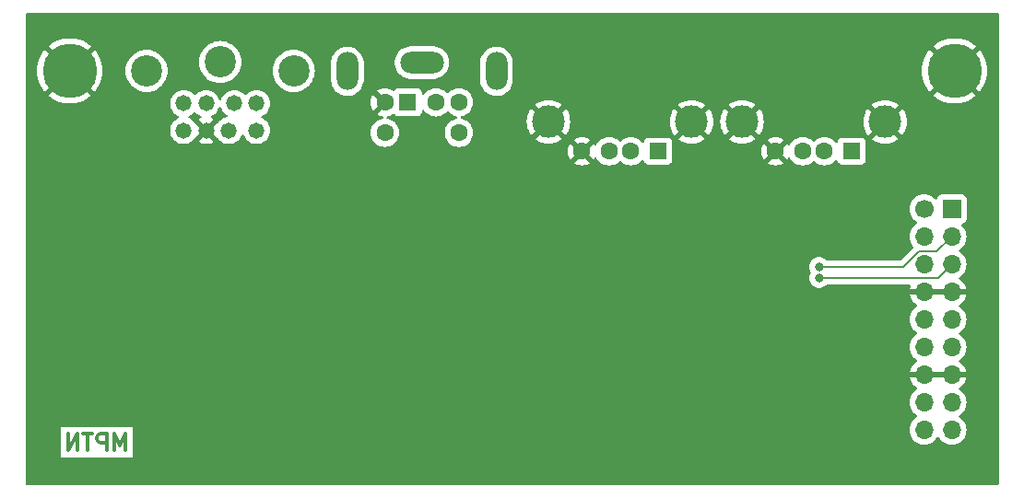
<source format=gbr>
%TF.GenerationSoftware,KiCad,Pcbnew,8.0.1*%
%TF.CreationDate,2024-04-03T08:14:29+10:00*%
%TF.ProjectId,Asus ATX USB PS2 Breakout,41737573-2041-4545-9820-555342205053,rev?*%
%TF.SameCoordinates,Original*%
%TF.FileFunction,Copper,L2,Bot*%
%TF.FilePolarity,Positive*%
%FSLAX46Y46*%
G04 Gerber Fmt 4.6, Leading zero omitted, Abs format (unit mm)*
G04 Created by KiCad (PCBNEW 8.0.1) date 2024-04-03 08:14:29*
%MOMM*%
%LPD*%
G01*
G04 APERTURE LIST*
%ADD10C,0.300000*%
%TA.AperFunction,NonConductor*%
%ADD11C,0.300000*%
%TD*%
%TA.AperFunction,ComponentPad*%
%ADD12R,1.600000X1.500000*%
%TD*%
%TA.AperFunction,ComponentPad*%
%ADD13C,1.600000*%
%TD*%
%TA.AperFunction,ComponentPad*%
%ADD14C,3.000000*%
%TD*%
%TA.AperFunction,ComponentPad*%
%ADD15C,2.900000*%
%TD*%
%TA.AperFunction,ConnectorPad*%
%ADD16C,5.000000*%
%TD*%
%TA.AperFunction,ComponentPad*%
%ADD17C,1.473200*%
%TD*%
%TA.AperFunction,ComponentPad*%
%ADD18C,2.870200*%
%TD*%
%TA.AperFunction,ComponentPad*%
%ADD19R,1.600000X1.600000*%
%TD*%
%TA.AperFunction,ComponentPad*%
%ADD20O,2.000000X3.500000*%
%TD*%
%TA.AperFunction,ComponentPad*%
%ADD21O,4.000000X2.000000*%
%TD*%
%TA.AperFunction,ComponentPad*%
%ADD22R,1.700000X1.700000*%
%TD*%
%TA.AperFunction,ComponentPad*%
%ADD23O,1.700000X1.700000*%
%TD*%
%TA.AperFunction,ComponentPad*%
%ADD24C,1.700000*%
%TD*%
%TA.AperFunction,ViaPad*%
%ADD25C,0.800000*%
%TD*%
%TA.AperFunction,Conductor*%
%ADD26C,0.200000*%
%TD*%
G04 APERTURE END LIST*
D10*
D11*
X122445489Y-108800828D02*
X122445489Y-107300828D01*
X122445489Y-107300828D02*
X121945489Y-108372257D01*
X121945489Y-108372257D02*
X121445489Y-107300828D01*
X121445489Y-107300828D02*
X121445489Y-108800828D01*
X120731203Y-108800828D02*
X120731203Y-107300828D01*
X120731203Y-107300828D02*
X120159774Y-107300828D01*
X120159774Y-107300828D02*
X120016917Y-107372257D01*
X120016917Y-107372257D02*
X119945488Y-107443685D01*
X119945488Y-107443685D02*
X119874060Y-107586542D01*
X119874060Y-107586542D02*
X119874060Y-107800828D01*
X119874060Y-107800828D02*
X119945488Y-107943685D01*
X119945488Y-107943685D02*
X120016917Y-108015114D01*
X120016917Y-108015114D02*
X120159774Y-108086542D01*
X120159774Y-108086542D02*
X120731203Y-108086542D01*
X119445488Y-107300828D02*
X118588346Y-107300828D01*
X119016917Y-108800828D02*
X119016917Y-107300828D01*
X118088346Y-108800828D02*
X118088346Y-107300828D01*
X118088346Y-107300828D02*
X117231203Y-108800828D01*
X117231203Y-108800828D02*
X117231203Y-107300828D01*
D12*
%TO.P,J4,1,VBUS*%
%TO.N,+5V*%
X189174000Y-81306000D03*
D13*
%TO.P,J4,2,D-*%
%TO.N,Net-(J4-D-)*%
X186674000Y-81306000D03*
%TO.P,J4,3,D+*%
%TO.N,Net-(J4-D+)*%
X184674000Y-81306000D03*
%TO.P,J4,4,GND*%
%TO.N,GND*%
X182174000Y-81306000D03*
D14*
%TO.P,J4,5,Shield*%
X192244000Y-78596000D03*
X179104000Y-78596000D03*
%TD*%
D15*
%TO.P,H1,1,1*%
%TO.N,GND*%
X117348000Y-73914000D03*
D16*
X117348000Y-73914000D03*
%TD*%
D15*
%TO.P,H2,1,1*%
%TO.N,GND*%
X198628000Y-73914000D03*
D16*
X198628000Y-73914000D03*
%TD*%
D17*
%TO.P,J3,1*%
%TO.N,/IR_TX*%
X129870200Y-76911200D03*
%TO.P,J3,2*%
%TO.N,/IR_RX*%
X132461000Y-76911200D03*
%TO.P,J3,3*%
%TO.N,unconnected-(J3-Pad3)*%
X127812800Y-76911200D03*
%TO.P,J3,4*%
%TO.N,GND*%
X129870200Y-79400400D03*
%TO.P,J3,5*%
%TO.N,unconnected-(J3-Pad5)*%
X134518400Y-76911200D03*
%TO.P,J3,6*%
%TO.N,unconnected-(J3-Pad6)*%
X127812800Y-79400400D03*
%TO.P,J3,7*%
%TO.N,+5V*%
X131978400Y-79400400D03*
%TO.P,J3,8*%
%TO.N,unconnected-(J3-Pad8)*%
X134518400Y-79400400D03*
D18*
%TO.P,J3,9*%
%TO.N,N/C*%
X131165600Y-73101200D03*
%TO.P,J3,10*%
X124409200Y-73914000D03*
%TO.P,J3,11*%
X137922000Y-73914000D03*
%TD*%
D19*
%TO.P,J2,1*%
%TO.N,Net-(C1-Pad1)*%
X148404000Y-76802000D03*
D13*
%TO.P,J2,2*%
%TO.N,unconnected-(J2-Pad2)*%
X151004000Y-76802000D03*
%TO.P,J2,3*%
%TO.N,GND*%
X146304000Y-76802000D03*
%TO.P,J2,4*%
%TO.N,+5V*%
X153104000Y-76802000D03*
%TO.P,J2,5*%
%TO.N,Net-(J2-Pad5)*%
X146304000Y-79602000D03*
%TO.P,J2,6*%
%TO.N,unconnected-(J2-Pad6)*%
X153104000Y-79602000D03*
D20*
%TO.P,J2,7*%
%TO.N,N/C*%
X156554000Y-73952000D03*
D21*
X149704000Y-73152000D03*
D20*
X142854000Y-73952000D03*
%TD*%
D12*
%TO.P,J1,1,VBUS*%
%TO.N,+5V*%
X171394000Y-81306000D03*
D13*
%TO.P,J1,2,D-*%
%TO.N,Net-(J1-D-)*%
X168894000Y-81306000D03*
%TO.P,J1,3,D+*%
%TO.N,Net-(J1-D+)*%
X166894000Y-81306000D03*
%TO.P,J1,4,GND*%
%TO.N,GND*%
X164394000Y-81306000D03*
D14*
%TO.P,J1,5,Shield*%
X174464000Y-78596000D03*
X161324000Y-78596000D03*
%TD*%
D22*
%TO.P,J6,1,Pin_1*%
%TO.N,+5V*%
X198374000Y-86614000D03*
D23*
%TO.P,J6,2,Pin_2*%
%TO.N,/USB1_D-*%
X198374000Y-89154000D03*
%TO.P,J6,3,Pin_3*%
%TO.N,/USB1_D+*%
X198374000Y-91694000D03*
%TO.P,J6,4,Pin_4*%
%TO.N,GND*%
X198374000Y-94234000D03*
%TO.P,J6,5,Pin_5*%
%TO.N,unconnected-(J6-Pin_5-Pad5)*%
X198374000Y-96774000D03*
%TO.P,J6,6,Pin_6*%
%TO.N,/MOUSE_CLK*%
X198374000Y-99314000D03*
%TO.P,J6,7,Pin_7*%
%TO.N,GND*%
X198374000Y-101854000D03*
%TO.P,J6,8,Pin_8*%
%TO.N,unconnected-(J6-Pin_8-Pad8)*%
X198374000Y-104394000D03*
%TO.P,J6,9,Pin_9*%
%TO.N,+5V*%
X198374000Y-106934000D03*
D24*
%TO.P,J6,10,Pin_10*%
X195834000Y-86614000D03*
D23*
%TO.P,J6,11,Pin_11*%
%TO.N,/USB2_D-*%
X195834000Y-89154000D03*
%TO.P,J6,12,Pin_12*%
%TO.N,/USB2_D+*%
X195834000Y-91694000D03*
%TO.P,J6,13,Pin_13*%
%TO.N,GND*%
X195834000Y-94234000D03*
%TO.P,J6,14,Pin_14*%
%TO.N,unconnected-(J6-Pin_14-Pad14)*%
X195834000Y-96774000D03*
%TO.P,J6,15,Pin_15*%
%TO.N,/MOUSE_DATA*%
X195834000Y-99314000D03*
%TO.P,J6,16,Pin_16*%
%TO.N,GND*%
X195834000Y-101854000D03*
%TO.P,J6,17,Pin_17*%
%TO.N,/IR_RX*%
X195834000Y-104394000D03*
%TO.P,J6,18,Pin_18*%
%TO.N,/IR_TX*%
X195834000Y-106934000D03*
%TD*%
D25*
%TO.N,/USB1_D-*%
X186182000Y-91948000D03*
%TO.N,/USB1_D+*%
X186182000Y-92964000D03*
%TD*%
D26*
%TO.N,/USB1_D+*%
X197104000Y-92964000D02*
X186182000Y-92964000D01*
X198374000Y-91694000D02*
X197104000Y-92964000D01*
%TO.N,/USB1_D-*%
X193953654Y-91948000D02*
X186182000Y-91948000D01*
X195357654Y-90544000D02*
X193953654Y-91948000D01*
X196984000Y-90544000D02*
X195357654Y-90544000D01*
X198374000Y-89154000D02*
X196984000Y-90544000D01*
%TD*%
%TA.AperFunction,Conductor*%
%TO.N,GND*%
G36*
X197908075Y-101661007D02*
G01*
X197874000Y-101788174D01*
X197874000Y-101919826D01*
X197908075Y-102046993D01*
X197940988Y-102104000D01*
X196267012Y-102104000D01*
X196299925Y-102046993D01*
X196334000Y-101919826D01*
X196334000Y-101788174D01*
X196299925Y-101661007D01*
X196267012Y-101604000D01*
X197940988Y-101604000D01*
X197908075Y-101661007D01*
G37*
%TD.AperFunction*%
%TA.AperFunction,Conductor*%
G36*
X197908075Y-94041007D02*
G01*
X197874000Y-94168174D01*
X197874000Y-94299826D01*
X197908075Y-94426993D01*
X197940988Y-94484000D01*
X196267012Y-94484000D01*
X196299925Y-94426993D01*
X196334000Y-94299826D01*
X196334000Y-94168174D01*
X196299925Y-94041007D01*
X196267012Y-93984000D01*
X197940988Y-93984000D01*
X197908075Y-94041007D01*
G37*
%TD.AperFunction*%
%TA.AperFunction,Conductor*%
G36*
X128884834Y-77691204D02*
G01*
X128929181Y-77719705D01*
X129071970Y-77862494D01*
X129249287Y-77986653D01*
X129249288Y-77986653D01*
X129249289Y-77986654D01*
X129371611Y-78043694D01*
X129424050Y-78089866D01*
X129443202Y-78157060D01*
X129422986Y-78223941D01*
X129371611Y-78268458D01*
X129249538Y-78325382D01*
X129190249Y-78366895D01*
X129754998Y-78931644D01*
X129683923Y-78950689D01*
X129573877Y-79014224D01*
X129484024Y-79104077D01*
X129420489Y-79214123D01*
X129401444Y-79285198D01*
X128878455Y-78762209D01*
X128864562Y-78745652D01*
X128764093Y-78602169D01*
X128611034Y-78449110D01*
X128611030Y-78449106D01*
X128433713Y-78324947D01*
X128433712Y-78324946D01*
X128433710Y-78324945D01*
X128312572Y-78268458D01*
X128311979Y-78268181D01*
X128259541Y-78222010D01*
X128240389Y-78154816D01*
X128260605Y-78087935D01*
X128311979Y-78043418D01*
X128433713Y-77986653D01*
X128611030Y-77862494D01*
X128753819Y-77719705D01*
X128815142Y-77686220D01*
X128884834Y-77691204D01*
G37*
%TD.AperFunction*%
%TA.AperFunction,Conductor*%
G36*
X131214412Y-77221603D02*
G01*
X131268290Y-77266088D01*
X131285375Y-77303499D01*
X131294062Y-77335922D01*
X131294064Y-77335926D01*
X131294065Y-77335930D01*
X131309690Y-77369437D01*
X131385545Y-77532110D01*
X131385546Y-77532112D01*
X131385547Y-77532113D01*
X131509706Y-77709430D01*
X131662770Y-77862494D01*
X131797922Y-77957128D01*
X131841544Y-78011703D01*
X131848737Y-78081202D01*
X131817215Y-78143556D01*
X131758890Y-78178476D01*
X131553675Y-78233463D01*
X131553668Y-78233466D01*
X131357489Y-78324945D01*
X131285631Y-78375261D01*
X131180170Y-78449106D01*
X131180168Y-78449107D01*
X131180165Y-78449110D01*
X131027109Y-78602166D01*
X131027104Y-78602172D01*
X130983005Y-78665151D01*
X130928427Y-78708775D01*
X130913041Y-78711111D01*
X130338955Y-79285197D01*
X130319911Y-79214123D01*
X130256376Y-79104077D01*
X130166523Y-79014224D01*
X130056477Y-78950689D01*
X129985402Y-78931644D01*
X130550150Y-78366895D01*
X130550149Y-78366894D01*
X130490865Y-78325384D01*
X130368788Y-78268458D01*
X130316349Y-78222286D01*
X130297197Y-78155092D01*
X130317413Y-78088211D01*
X130368789Y-78043694D01*
X130437393Y-78011703D01*
X130491113Y-77986653D01*
X130668430Y-77862494D01*
X130821494Y-77709430D01*
X130945653Y-77532113D01*
X131037135Y-77335930D01*
X131045825Y-77303499D01*
X131082190Y-77243839D01*
X131145036Y-77213309D01*
X131214412Y-77221603D01*
G37*
%TD.AperFunction*%
%TA.AperFunction,Conductor*%
G36*
X202635039Y-68607685D02*
G01*
X202680794Y-68660489D01*
X202692000Y-68712000D01*
X202692000Y-111886000D01*
X202672315Y-111953039D01*
X202619511Y-111998794D01*
X202568000Y-112010000D01*
X113408000Y-112010000D01*
X113340961Y-111990315D01*
X113295206Y-111937511D01*
X113284000Y-111886000D01*
X113284000Y-106642803D01*
X116573178Y-106642803D01*
X116573178Y-109458853D01*
X123102150Y-109458853D01*
X123102150Y-106642803D01*
X116573178Y-106642803D01*
X113284000Y-106642803D01*
X113284000Y-92964000D01*
X185276540Y-92964000D01*
X185296326Y-93152256D01*
X185296327Y-93152259D01*
X185354818Y-93332277D01*
X185354821Y-93332284D01*
X185449467Y-93496216D01*
X185576128Y-93636887D01*
X185576129Y-93636888D01*
X185729265Y-93748148D01*
X185729270Y-93748151D01*
X185902192Y-93825142D01*
X185902197Y-93825144D01*
X186087354Y-93864500D01*
X186087355Y-93864500D01*
X186276644Y-93864500D01*
X186276646Y-93864500D01*
X186461803Y-93825144D01*
X186634730Y-93748151D01*
X186787871Y-93636888D01*
X186816109Y-93605527D01*
X186875595Y-93568879D01*
X186908258Y-93564500D01*
X194461992Y-93564500D01*
X194529031Y-93584185D01*
X194574786Y-93636989D01*
X194584730Y-93706147D01*
X194574374Y-93740905D01*
X194560569Y-93770507D01*
X194560567Y-93770513D01*
X194503364Y-93983999D01*
X194503364Y-93984000D01*
X195400988Y-93984000D01*
X195368075Y-94041007D01*
X195334000Y-94168174D01*
X195334000Y-94299826D01*
X195368075Y-94426993D01*
X195400988Y-94484000D01*
X194503364Y-94484000D01*
X194560567Y-94697486D01*
X194560570Y-94697492D01*
X194660399Y-94911578D01*
X194795894Y-95105082D01*
X194962917Y-95272105D01*
X195148595Y-95402119D01*
X195192219Y-95456696D01*
X195199412Y-95526195D01*
X195167890Y-95588549D01*
X195148595Y-95605269D01*
X194962594Y-95735508D01*
X194795505Y-95902597D01*
X194659965Y-96096169D01*
X194659964Y-96096171D01*
X194560098Y-96310335D01*
X194560094Y-96310344D01*
X194498938Y-96538586D01*
X194498936Y-96538596D01*
X194478341Y-96773999D01*
X194478341Y-96774000D01*
X194498936Y-97009403D01*
X194498938Y-97009413D01*
X194560094Y-97237655D01*
X194560096Y-97237659D01*
X194560097Y-97237663D01*
X194564000Y-97246032D01*
X194659965Y-97451830D01*
X194659967Y-97451834D01*
X194768281Y-97606521D01*
X194795501Y-97645396D01*
X194795506Y-97645402D01*
X194962597Y-97812493D01*
X194962603Y-97812498D01*
X195148158Y-97942425D01*
X195191783Y-97997002D01*
X195198977Y-98066500D01*
X195167454Y-98128855D01*
X195148158Y-98145575D01*
X194962597Y-98275505D01*
X194795505Y-98442597D01*
X194659965Y-98636169D01*
X194659964Y-98636171D01*
X194560098Y-98850335D01*
X194560094Y-98850344D01*
X194498938Y-99078586D01*
X194498936Y-99078596D01*
X194478341Y-99313999D01*
X194478341Y-99314000D01*
X194498936Y-99549403D01*
X194498938Y-99549413D01*
X194560094Y-99777655D01*
X194560096Y-99777659D01*
X194560097Y-99777663D01*
X194564000Y-99786032D01*
X194659965Y-99991830D01*
X194659967Y-99991834D01*
X194768281Y-100146521D01*
X194795501Y-100185396D01*
X194795506Y-100185402D01*
X194962597Y-100352493D01*
X194962603Y-100352498D01*
X195148594Y-100482730D01*
X195192219Y-100537307D01*
X195199413Y-100606805D01*
X195167890Y-100669160D01*
X195148595Y-100685880D01*
X194962922Y-100815890D01*
X194962920Y-100815891D01*
X194795891Y-100982920D01*
X194795886Y-100982926D01*
X194660400Y-101176420D01*
X194660399Y-101176422D01*
X194560570Y-101390507D01*
X194560567Y-101390513D01*
X194503364Y-101603999D01*
X194503364Y-101604000D01*
X195400988Y-101604000D01*
X195368075Y-101661007D01*
X195334000Y-101788174D01*
X195334000Y-101919826D01*
X195368075Y-102046993D01*
X195400988Y-102104000D01*
X194503364Y-102104000D01*
X194560567Y-102317486D01*
X194560570Y-102317492D01*
X194660399Y-102531578D01*
X194795894Y-102725082D01*
X194962917Y-102892105D01*
X195148595Y-103022119D01*
X195192219Y-103076696D01*
X195199412Y-103146195D01*
X195167890Y-103208549D01*
X195148595Y-103225269D01*
X194962594Y-103355508D01*
X194795505Y-103522597D01*
X194659965Y-103716169D01*
X194659964Y-103716171D01*
X194560098Y-103930335D01*
X194560094Y-103930344D01*
X194498938Y-104158586D01*
X194498936Y-104158596D01*
X194478341Y-104393999D01*
X194478341Y-104394000D01*
X194498936Y-104629403D01*
X194498938Y-104629413D01*
X194560094Y-104857655D01*
X194560096Y-104857659D01*
X194560097Y-104857663D01*
X194564000Y-104866032D01*
X194659965Y-105071830D01*
X194659967Y-105071834D01*
X194768281Y-105226521D01*
X194795501Y-105265396D01*
X194795506Y-105265402D01*
X194962597Y-105432493D01*
X194962603Y-105432498D01*
X195148158Y-105562425D01*
X195191783Y-105617002D01*
X195198977Y-105686500D01*
X195167454Y-105748855D01*
X195148158Y-105765575D01*
X194962597Y-105895505D01*
X194795505Y-106062597D01*
X194659965Y-106256169D01*
X194659964Y-106256171D01*
X194560098Y-106470335D01*
X194560094Y-106470344D01*
X194498938Y-106698586D01*
X194498936Y-106698596D01*
X194478341Y-106933999D01*
X194478341Y-106934000D01*
X194498936Y-107169403D01*
X194498938Y-107169413D01*
X194560094Y-107397655D01*
X194560096Y-107397659D01*
X194560097Y-107397663D01*
X194564000Y-107406032D01*
X194659965Y-107611830D01*
X194659967Y-107611834D01*
X194768281Y-107766521D01*
X194795505Y-107805401D01*
X194962599Y-107972495D01*
X195059384Y-108040265D01*
X195156165Y-108108032D01*
X195156167Y-108108033D01*
X195156170Y-108108035D01*
X195370337Y-108207903D01*
X195598592Y-108269063D01*
X195786918Y-108285539D01*
X195833999Y-108289659D01*
X195834000Y-108289659D01*
X195834001Y-108289659D01*
X195873234Y-108286226D01*
X196069408Y-108269063D01*
X196297663Y-108207903D01*
X196511830Y-108108035D01*
X196705401Y-107972495D01*
X196872495Y-107805401D01*
X197002425Y-107619842D01*
X197057002Y-107576217D01*
X197126500Y-107569023D01*
X197188855Y-107600546D01*
X197205575Y-107619842D01*
X197335500Y-107805395D01*
X197335505Y-107805401D01*
X197502599Y-107972495D01*
X197599384Y-108040265D01*
X197696165Y-108108032D01*
X197696167Y-108108033D01*
X197696170Y-108108035D01*
X197910337Y-108207903D01*
X198138592Y-108269063D01*
X198326918Y-108285539D01*
X198373999Y-108289659D01*
X198374000Y-108289659D01*
X198374001Y-108289659D01*
X198413234Y-108286226D01*
X198609408Y-108269063D01*
X198837663Y-108207903D01*
X199051830Y-108108035D01*
X199245401Y-107972495D01*
X199412495Y-107805401D01*
X199548035Y-107611830D01*
X199647903Y-107397663D01*
X199709063Y-107169408D01*
X199729659Y-106934000D01*
X199709063Y-106698592D01*
X199647903Y-106470337D01*
X199548035Y-106256171D01*
X199542425Y-106248158D01*
X199412494Y-106062597D01*
X199245402Y-105895506D01*
X199245396Y-105895501D01*
X199059842Y-105765575D01*
X199016217Y-105710998D01*
X199009023Y-105641500D01*
X199040546Y-105579145D01*
X199059842Y-105562425D01*
X199082026Y-105546891D01*
X199245401Y-105432495D01*
X199412495Y-105265401D01*
X199548035Y-105071830D01*
X199647903Y-104857663D01*
X199709063Y-104629408D01*
X199729659Y-104394000D01*
X199709063Y-104158592D01*
X199647903Y-103930337D01*
X199548035Y-103716171D01*
X199542425Y-103708158D01*
X199412494Y-103522597D01*
X199245402Y-103355506D01*
X199245401Y-103355505D01*
X199059405Y-103225269D01*
X199015781Y-103170692D01*
X199008588Y-103101193D01*
X199040110Y-103038839D01*
X199059405Y-103022119D01*
X199245082Y-102892105D01*
X199412105Y-102725082D01*
X199547600Y-102531578D01*
X199647429Y-102317492D01*
X199647432Y-102317486D01*
X199704636Y-102104000D01*
X198807012Y-102104000D01*
X198839925Y-102046993D01*
X198874000Y-101919826D01*
X198874000Y-101788174D01*
X198839925Y-101661007D01*
X198807012Y-101604000D01*
X199704636Y-101604000D01*
X199704635Y-101603999D01*
X199647432Y-101390513D01*
X199647429Y-101390507D01*
X199547600Y-101176422D01*
X199547599Y-101176420D01*
X199412113Y-100982926D01*
X199412108Y-100982920D01*
X199245078Y-100815890D01*
X199059405Y-100685879D01*
X199015780Y-100631302D01*
X199008588Y-100561804D01*
X199040110Y-100499449D01*
X199059406Y-100482730D01*
X199245401Y-100352495D01*
X199412495Y-100185401D01*
X199548035Y-99991830D01*
X199647903Y-99777663D01*
X199709063Y-99549408D01*
X199729659Y-99314000D01*
X199709063Y-99078592D01*
X199647903Y-98850337D01*
X199548035Y-98636171D01*
X199542425Y-98628158D01*
X199412494Y-98442597D01*
X199245402Y-98275506D01*
X199245396Y-98275501D01*
X199059842Y-98145575D01*
X199016217Y-98090998D01*
X199009023Y-98021500D01*
X199040546Y-97959145D01*
X199059842Y-97942425D01*
X199082026Y-97926891D01*
X199245401Y-97812495D01*
X199412495Y-97645401D01*
X199548035Y-97451830D01*
X199647903Y-97237663D01*
X199709063Y-97009408D01*
X199729659Y-96774000D01*
X199709063Y-96538592D01*
X199647903Y-96310337D01*
X199548035Y-96096171D01*
X199542425Y-96088158D01*
X199412494Y-95902597D01*
X199245402Y-95735506D01*
X199245401Y-95735505D01*
X199059405Y-95605269D01*
X199015781Y-95550692D01*
X199008588Y-95481193D01*
X199040110Y-95418839D01*
X199059405Y-95402119D01*
X199245082Y-95272105D01*
X199412105Y-95105082D01*
X199547600Y-94911578D01*
X199647429Y-94697492D01*
X199647432Y-94697486D01*
X199704636Y-94484000D01*
X198807012Y-94484000D01*
X198839925Y-94426993D01*
X198874000Y-94299826D01*
X198874000Y-94168174D01*
X198839925Y-94041007D01*
X198807012Y-93984000D01*
X199704636Y-93984000D01*
X199704635Y-93983999D01*
X199647432Y-93770513D01*
X199647429Y-93770507D01*
X199547600Y-93556422D01*
X199547599Y-93556420D01*
X199412113Y-93362926D01*
X199412108Y-93362920D01*
X199245078Y-93195890D01*
X199059405Y-93065879D01*
X199015780Y-93011302D01*
X199008588Y-92941804D01*
X199040110Y-92879449D01*
X199059406Y-92862730D01*
X199183635Y-92775744D01*
X199245401Y-92732495D01*
X199412495Y-92565401D01*
X199548035Y-92371830D01*
X199647903Y-92157663D01*
X199709063Y-91929408D01*
X199729659Y-91694000D01*
X199709063Y-91458592D01*
X199647903Y-91230337D01*
X199548035Y-91016171D01*
X199412495Y-90822599D01*
X199412494Y-90822597D01*
X199245402Y-90655506D01*
X199245396Y-90655501D01*
X199059842Y-90525575D01*
X199016217Y-90470998D01*
X199009023Y-90401500D01*
X199040546Y-90339145D01*
X199059842Y-90322425D01*
X199082026Y-90306891D01*
X199245401Y-90192495D01*
X199412495Y-90025401D01*
X199548035Y-89831830D01*
X199647903Y-89617663D01*
X199709063Y-89389408D01*
X199729659Y-89154000D01*
X199709063Y-88918592D01*
X199647903Y-88690337D01*
X199548035Y-88476171D01*
X199542424Y-88468158D01*
X199412496Y-88282600D01*
X199412493Y-88282597D01*
X199290567Y-88160671D01*
X199257084Y-88099351D01*
X199262068Y-88029659D01*
X199303939Y-87973725D01*
X199334915Y-87956810D01*
X199466331Y-87907796D01*
X199581546Y-87821546D01*
X199667796Y-87706331D01*
X199718091Y-87571483D01*
X199724500Y-87511873D01*
X199724499Y-85716128D01*
X199718091Y-85656517D01*
X199716810Y-85653083D01*
X199667797Y-85521671D01*
X199667793Y-85521664D01*
X199581547Y-85406455D01*
X199581544Y-85406452D01*
X199466335Y-85320206D01*
X199466328Y-85320202D01*
X199331482Y-85269908D01*
X199331483Y-85269908D01*
X199271883Y-85263501D01*
X199271881Y-85263500D01*
X199271873Y-85263500D01*
X199271864Y-85263500D01*
X197476129Y-85263500D01*
X197476123Y-85263501D01*
X197416516Y-85269908D01*
X197281671Y-85320202D01*
X197281664Y-85320206D01*
X197166455Y-85406452D01*
X197166452Y-85406455D01*
X197080206Y-85521664D01*
X197080203Y-85521669D01*
X197031189Y-85653083D01*
X196989317Y-85709016D01*
X196923853Y-85733433D01*
X196855580Y-85718581D01*
X196827326Y-85697430D01*
X196705402Y-85575506D01*
X196705395Y-85575501D01*
X196511834Y-85439967D01*
X196511830Y-85439965D01*
X196511828Y-85439964D01*
X196297663Y-85340097D01*
X196297659Y-85340096D01*
X196297655Y-85340094D01*
X196069413Y-85278938D01*
X196069403Y-85278936D01*
X195834001Y-85258341D01*
X195833999Y-85258341D01*
X195598596Y-85278936D01*
X195598586Y-85278938D01*
X195370344Y-85340094D01*
X195370335Y-85340098D01*
X195156171Y-85439964D01*
X195156169Y-85439965D01*
X194962597Y-85575505D01*
X194795505Y-85742597D01*
X194659965Y-85936169D01*
X194659964Y-85936171D01*
X194560098Y-86150335D01*
X194560094Y-86150344D01*
X194498938Y-86378586D01*
X194498936Y-86378596D01*
X194478341Y-86613999D01*
X194478341Y-86614000D01*
X194498936Y-86849403D01*
X194498938Y-86849413D01*
X194560094Y-87077655D01*
X194560096Y-87077659D01*
X194560097Y-87077663D01*
X194644499Y-87258663D01*
X194659965Y-87291830D01*
X194659967Y-87291834D01*
X194795501Y-87485395D01*
X194795506Y-87485402D01*
X194962597Y-87652493D01*
X194962603Y-87652498D01*
X195148158Y-87782425D01*
X195191783Y-87837002D01*
X195198977Y-87906500D01*
X195167454Y-87968855D01*
X195148158Y-87985575D01*
X194962597Y-88115505D01*
X194795505Y-88282597D01*
X194659965Y-88476169D01*
X194659964Y-88476171D01*
X194560098Y-88690335D01*
X194560094Y-88690344D01*
X194498938Y-88918586D01*
X194498936Y-88918596D01*
X194478341Y-89153999D01*
X194478341Y-89154000D01*
X194498936Y-89389403D01*
X194498938Y-89389413D01*
X194560094Y-89617655D01*
X194560096Y-89617659D01*
X194560097Y-89617663D01*
X194659965Y-89831830D01*
X194659967Y-89831834D01*
X194795501Y-90025395D01*
X194795506Y-90025402D01*
X194823580Y-90053476D01*
X194857065Y-90114799D01*
X194852081Y-90184491D01*
X194823580Y-90228838D01*
X193741238Y-91311181D01*
X193679915Y-91344666D01*
X193653557Y-91347500D01*
X186908258Y-91347500D01*
X186841219Y-91327815D01*
X186816109Y-91306473D01*
X186787871Y-91275112D01*
X186787864Y-91275106D01*
X186634734Y-91163851D01*
X186634729Y-91163848D01*
X186461807Y-91086857D01*
X186461802Y-91086855D01*
X186316001Y-91055865D01*
X186276646Y-91047500D01*
X186087354Y-91047500D01*
X186054897Y-91054398D01*
X185902197Y-91086855D01*
X185902192Y-91086857D01*
X185729270Y-91163848D01*
X185729265Y-91163851D01*
X185576129Y-91275111D01*
X185449466Y-91415785D01*
X185354821Y-91579715D01*
X185354818Y-91579722D01*
X185296327Y-91759740D01*
X185296326Y-91759744D01*
X185276540Y-91948000D01*
X185296326Y-92136256D01*
X185296327Y-92136259D01*
X185354820Y-92316283D01*
X185399690Y-92394001D01*
X185416162Y-92461901D01*
X185399690Y-92517999D01*
X185354820Y-92595716D01*
X185296327Y-92775740D01*
X185296326Y-92775744D01*
X185276540Y-92964000D01*
X113284000Y-92964000D01*
X113284000Y-81306002D01*
X163089034Y-81306002D01*
X163108858Y-81532599D01*
X163108860Y-81532610D01*
X163167730Y-81752317D01*
X163167735Y-81752331D01*
X163263863Y-81958478D01*
X163314974Y-82031472D01*
X163931449Y-81414997D01*
X163951370Y-81489343D01*
X164013905Y-81597657D01*
X164102343Y-81686095D01*
X164210657Y-81748630D01*
X164285002Y-81768550D01*
X163668526Y-82385025D01*
X163741513Y-82436132D01*
X163741521Y-82436136D01*
X163947668Y-82532264D01*
X163947682Y-82532269D01*
X164167389Y-82591139D01*
X164167400Y-82591141D01*
X164393998Y-82610966D01*
X164394002Y-82610966D01*
X164620599Y-82591141D01*
X164620610Y-82591139D01*
X164840317Y-82532269D01*
X164840331Y-82532264D01*
X165046478Y-82436136D01*
X165119471Y-82385024D01*
X164502997Y-81768550D01*
X164577343Y-81748630D01*
X164685657Y-81686095D01*
X164774095Y-81597657D01*
X164836630Y-81489343D01*
X164856550Y-81414997D01*
X165473024Y-82031471D01*
X165524134Y-81958481D01*
X165531340Y-81943028D01*
X165577511Y-81890587D01*
X165644704Y-81871433D01*
X165711585Y-81891646D01*
X165756105Y-81943022D01*
X165763430Y-81958730D01*
X165763432Y-81958734D01*
X165893954Y-82145141D01*
X166054858Y-82306045D01*
X166054861Y-82306047D01*
X166241266Y-82436568D01*
X166447504Y-82532739D01*
X166667308Y-82591635D01*
X166829230Y-82605801D01*
X166893998Y-82611468D01*
X166894000Y-82611468D01*
X166894002Y-82611468D01*
X166950673Y-82606509D01*
X167120692Y-82591635D01*
X167340496Y-82532739D01*
X167546734Y-82436568D01*
X167733139Y-82306047D01*
X167806320Y-82232865D01*
X167867641Y-82199382D01*
X167937333Y-82204366D01*
X167981679Y-82232865D01*
X168054861Y-82306047D01*
X168241266Y-82436568D01*
X168447504Y-82532739D01*
X168667308Y-82591635D01*
X168829230Y-82605801D01*
X168893998Y-82611468D01*
X168894000Y-82611468D01*
X168894002Y-82611468D01*
X168950673Y-82606509D01*
X169120692Y-82591635D01*
X169340496Y-82532739D01*
X169546734Y-82436568D01*
X169733139Y-82306047D01*
X169894047Y-82145139D01*
X169894055Y-82145127D01*
X169895010Y-82143990D01*
X169895569Y-82143617D01*
X169897876Y-82141311D01*
X169898339Y-82141774D01*
X169953173Y-82105277D01*
X170023034Y-82104154D01*
X170082411Y-82140979D01*
X170106197Y-82180344D01*
X170150202Y-82298328D01*
X170150206Y-82298335D01*
X170236452Y-82413544D01*
X170236455Y-82413547D01*
X170351664Y-82499793D01*
X170351671Y-82499797D01*
X170486517Y-82550091D01*
X170486516Y-82550091D01*
X170493444Y-82550835D01*
X170546127Y-82556500D01*
X172241872Y-82556499D01*
X172301483Y-82550091D01*
X172436331Y-82499796D01*
X172551546Y-82413546D01*
X172637796Y-82298331D01*
X172688091Y-82163483D01*
X172694500Y-82103873D01*
X172694500Y-81306002D01*
X180869034Y-81306002D01*
X180888858Y-81532599D01*
X180888860Y-81532610D01*
X180947730Y-81752317D01*
X180947735Y-81752331D01*
X181043863Y-81958478D01*
X181094974Y-82031472D01*
X181711449Y-81414997D01*
X181731370Y-81489343D01*
X181793905Y-81597657D01*
X181882343Y-81686095D01*
X181990657Y-81748630D01*
X182065002Y-81768550D01*
X181448526Y-82385025D01*
X181521513Y-82436132D01*
X181521521Y-82436136D01*
X181727668Y-82532264D01*
X181727682Y-82532269D01*
X181947389Y-82591139D01*
X181947400Y-82591141D01*
X182173998Y-82610966D01*
X182174002Y-82610966D01*
X182400599Y-82591141D01*
X182400610Y-82591139D01*
X182620317Y-82532269D01*
X182620331Y-82532264D01*
X182826478Y-82436136D01*
X182899471Y-82385024D01*
X182282997Y-81768550D01*
X182357343Y-81748630D01*
X182465657Y-81686095D01*
X182554095Y-81597657D01*
X182616630Y-81489343D01*
X182636550Y-81414997D01*
X183253024Y-82031471D01*
X183304134Y-81958481D01*
X183311340Y-81943028D01*
X183357511Y-81890587D01*
X183424704Y-81871433D01*
X183491585Y-81891646D01*
X183536105Y-81943022D01*
X183543430Y-81958730D01*
X183543432Y-81958734D01*
X183673954Y-82145141D01*
X183834858Y-82306045D01*
X183834861Y-82306047D01*
X184021266Y-82436568D01*
X184227504Y-82532739D01*
X184447308Y-82591635D01*
X184609230Y-82605801D01*
X184673998Y-82611468D01*
X184674000Y-82611468D01*
X184674002Y-82611468D01*
X184730673Y-82606509D01*
X184900692Y-82591635D01*
X185120496Y-82532739D01*
X185326734Y-82436568D01*
X185513139Y-82306047D01*
X185586320Y-82232865D01*
X185647641Y-82199382D01*
X185717333Y-82204366D01*
X185761679Y-82232865D01*
X185834861Y-82306047D01*
X186021266Y-82436568D01*
X186227504Y-82532739D01*
X186447308Y-82591635D01*
X186609230Y-82605801D01*
X186673998Y-82611468D01*
X186674000Y-82611468D01*
X186674002Y-82611468D01*
X186730673Y-82606509D01*
X186900692Y-82591635D01*
X187120496Y-82532739D01*
X187326734Y-82436568D01*
X187513139Y-82306047D01*
X187674047Y-82145139D01*
X187674055Y-82145127D01*
X187675010Y-82143990D01*
X187675569Y-82143617D01*
X187677876Y-82141311D01*
X187678339Y-82141774D01*
X187733173Y-82105277D01*
X187803034Y-82104154D01*
X187862411Y-82140979D01*
X187886197Y-82180344D01*
X187930202Y-82298328D01*
X187930206Y-82298335D01*
X188016452Y-82413544D01*
X188016455Y-82413547D01*
X188131664Y-82499793D01*
X188131671Y-82499797D01*
X188266517Y-82550091D01*
X188266516Y-82550091D01*
X188273444Y-82550835D01*
X188326127Y-82556500D01*
X190021872Y-82556499D01*
X190081483Y-82550091D01*
X190216331Y-82499796D01*
X190331546Y-82413546D01*
X190417796Y-82298331D01*
X190468091Y-82163483D01*
X190474500Y-82103873D01*
X190474499Y-80508128D01*
X190468091Y-80448517D01*
X190465339Y-80441139D01*
X190417797Y-80313671D01*
X190417793Y-80313664D01*
X190331547Y-80198455D01*
X190331544Y-80198452D01*
X190216335Y-80112206D01*
X190216328Y-80112202D01*
X190081482Y-80061908D01*
X190081483Y-80061908D01*
X190021883Y-80055501D01*
X190021881Y-80055500D01*
X190021873Y-80055500D01*
X190021864Y-80055500D01*
X188326129Y-80055500D01*
X188326123Y-80055501D01*
X188266516Y-80061908D01*
X188131671Y-80112202D01*
X188131664Y-80112206D01*
X188016455Y-80198452D01*
X188016452Y-80198455D01*
X187930206Y-80313664D01*
X187930203Y-80313669D01*
X187886197Y-80431656D01*
X187844325Y-80487589D01*
X187778861Y-80512006D01*
X187710588Y-80497154D01*
X187678057Y-80470507D01*
X187677876Y-80470689D01*
X187676050Y-80468863D01*
X187675017Y-80468017D01*
X187674043Y-80466856D01*
X187513141Y-80305954D01*
X187326734Y-80175432D01*
X187326732Y-80175431D01*
X187120497Y-80079261D01*
X187120488Y-80079258D01*
X186900697Y-80020366D01*
X186900693Y-80020365D01*
X186900692Y-80020365D01*
X186900691Y-80020364D01*
X186900686Y-80020364D01*
X186674002Y-80000532D01*
X186673998Y-80000532D01*
X186447313Y-80020364D01*
X186447302Y-80020366D01*
X186227511Y-80079258D01*
X186227502Y-80079261D01*
X186021267Y-80175431D01*
X186021265Y-80175432D01*
X185834858Y-80305954D01*
X185761681Y-80379132D01*
X185700358Y-80412617D01*
X185630666Y-80407633D01*
X185586319Y-80379132D01*
X185513141Y-80305954D01*
X185326734Y-80175432D01*
X185326732Y-80175431D01*
X185120497Y-80079261D01*
X185120488Y-80079258D01*
X184900697Y-80020366D01*
X184900693Y-80020365D01*
X184900692Y-80020365D01*
X184900691Y-80020364D01*
X184900686Y-80020364D01*
X184674002Y-80000532D01*
X184673998Y-80000532D01*
X184447313Y-80020364D01*
X184447302Y-80020366D01*
X184227511Y-80079258D01*
X184227502Y-80079261D01*
X184021267Y-80175431D01*
X184021265Y-80175432D01*
X183834858Y-80305954D01*
X183673954Y-80466858D01*
X183543432Y-80653265D01*
X183543429Y-80653270D01*
X183536104Y-80668979D01*
X183489929Y-80721417D01*
X183422735Y-80740566D01*
X183355855Y-80720347D01*
X183311341Y-80668973D01*
X183304133Y-80653515D01*
X183304132Y-80653513D01*
X183253025Y-80580526D01*
X182636550Y-81197001D01*
X182616630Y-81122657D01*
X182554095Y-81014343D01*
X182465657Y-80925905D01*
X182357343Y-80863370D01*
X182282998Y-80843449D01*
X182899472Y-80226974D01*
X182826478Y-80175863D01*
X182620331Y-80079735D01*
X182620317Y-80079730D01*
X182400610Y-80020860D01*
X182400599Y-80020858D01*
X182174002Y-80001034D01*
X182173998Y-80001034D01*
X181947400Y-80020858D01*
X181947389Y-80020860D01*
X181727682Y-80079730D01*
X181727673Y-80079734D01*
X181521516Y-80175866D01*
X181521512Y-80175868D01*
X181448526Y-80226973D01*
X181448526Y-80226974D01*
X182065002Y-80843449D01*
X181990657Y-80863370D01*
X181882343Y-80925905D01*
X181793905Y-81014343D01*
X181731370Y-81122657D01*
X181711449Y-81197001D01*
X181094974Y-80580526D01*
X181094973Y-80580526D01*
X181043868Y-80653512D01*
X181043866Y-80653516D01*
X180947734Y-80859673D01*
X180947730Y-80859682D01*
X180888860Y-81079389D01*
X180888858Y-81079400D01*
X180869034Y-81305997D01*
X180869034Y-81306002D01*
X172694500Y-81306002D01*
X172694499Y-80508128D01*
X172688091Y-80448517D01*
X172685339Y-80441139D01*
X172637797Y-80313671D01*
X172637793Y-80313664D01*
X172551547Y-80198455D01*
X172551544Y-80198452D01*
X172436335Y-80112206D01*
X172436328Y-80112202D01*
X172301482Y-80061908D01*
X172301483Y-80061908D01*
X172241883Y-80055501D01*
X172241881Y-80055500D01*
X172241873Y-80055500D01*
X172241864Y-80055500D01*
X170546129Y-80055500D01*
X170546123Y-80055501D01*
X170486516Y-80061908D01*
X170351671Y-80112202D01*
X170351664Y-80112206D01*
X170236455Y-80198452D01*
X170236452Y-80198455D01*
X170150206Y-80313664D01*
X170150203Y-80313669D01*
X170106197Y-80431656D01*
X170064325Y-80487589D01*
X169998861Y-80512006D01*
X169930588Y-80497154D01*
X169898057Y-80470507D01*
X169897876Y-80470689D01*
X169896050Y-80468863D01*
X169895017Y-80468017D01*
X169894043Y-80466856D01*
X169733141Y-80305954D01*
X169546734Y-80175432D01*
X169546732Y-80175431D01*
X169340497Y-80079261D01*
X169340488Y-80079258D01*
X169120697Y-80020366D01*
X169120693Y-80020365D01*
X169120692Y-80020365D01*
X169120691Y-80020364D01*
X169120686Y-80020364D01*
X168894002Y-80000532D01*
X168893998Y-80000532D01*
X168667313Y-80020364D01*
X168667302Y-80020366D01*
X168447511Y-80079258D01*
X168447502Y-80079261D01*
X168241267Y-80175431D01*
X168241265Y-80175432D01*
X168054858Y-80305954D01*
X167981681Y-80379132D01*
X167920358Y-80412617D01*
X167850666Y-80407633D01*
X167806319Y-80379132D01*
X167733141Y-80305954D01*
X167546734Y-80175432D01*
X167546732Y-80175431D01*
X167340497Y-80079261D01*
X167340488Y-80079258D01*
X167120697Y-80020366D01*
X167120693Y-80020365D01*
X167120692Y-80020365D01*
X167120691Y-80020364D01*
X167120686Y-80020364D01*
X166894002Y-80000532D01*
X166893998Y-80000532D01*
X166667313Y-80020364D01*
X166667302Y-80020366D01*
X166447511Y-80079258D01*
X166447502Y-80079261D01*
X166241267Y-80175431D01*
X166241265Y-80175432D01*
X166054858Y-80305954D01*
X165893954Y-80466858D01*
X165763432Y-80653265D01*
X165763429Y-80653270D01*
X165756104Y-80668979D01*
X165709929Y-80721417D01*
X165642735Y-80740566D01*
X165575855Y-80720347D01*
X165531341Y-80668973D01*
X165524133Y-80653515D01*
X165524132Y-80653513D01*
X165473025Y-80580526D01*
X164856550Y-81197001D01*
X164836630Y-81122657D01*
X164774095Y-81014343D01*
X164685657Y-80925905D01*
X164577343Y-80863370D01*
X164502998Y-80843449D01*
X165119472Y-80226974D01*
X165046478Y-80175863D01*
X164840331Y-80079735D01*
X164840317Y-80079730D01*
X164620610Y-80020860D01*
X164620599Y-80020858D01*
X164394002Y-80001034D01*
X164393998Y-80001034D01*
X164167400Y-80020858D01*
X164167389Y-80020860D01*
X163947682Y-80079730D01*
X163947673Y-80079734D01*
X163741516Y-80175866D01*
X163741512Y-80175868D01*
X163668526Y-80226973D01*
X163668526Y-80226974D01*
X164285002Y-80843449D01*
X164210657Y-80863370D01*
X164102343Y-80925905D01*
X164013905Y-81014343D01*
X163951370Y-81122657D01*
X163931449Y-81197001D01*
X163314974Y-80580526D01*
X163314973Y-80580526D01*
X163263868Y-80653512D01*
X163263866Y-80653516D01*
X163167734Y-80859673D01*
X163167730Y-80859682D01*
X163108860Y-81079389D01*
X163108858Y-81079400D01*
X163089034Y-81305997D01*
X163089034Y-81306002D01*
X113284000Y-81306002D01*
X113284000Y-79400401D01*
X126570974Y-79400401D01*
X126589839Y-79616035D01*
X126589841Y-79616046D01*
X126645862Y-79825122D01*
X126645864Y-79825126D01*
X126645865Y-79825130D01*
X126688889Y-79917396D01*
X126737345Y-80021310D01*
X126737346Y-80021312D01*
X126737347Y-80021313D01*
X126861506Y-80198630D01*
X127014570Y-80351694D01*
X127191887Y-80475853D01*
X127388070Y-80567335D01*
X127597159Y-80623360D01*
X127751188Y-80636835D01*
X127812798Y-80642226D01*
X127812800Y-80642226D01*
X127812802Y-80642226D01*
X127866710Y-80637509D01*
X128028441Y-80623360D01*
X128237530Y-80567335D01*
X128433713Y-80475853D01*
X128611030Y-80351694D01*
X128764094Y-80198630D01*
X128864569Y-80055136D01*
X128878453Y-80038591D01*
X129401444Y-79515601D01*
X129420489Y-79586677D01*
X129484024Y-79696723D01*
X129573877Y-79786576D01*
X129683923Y-79850111D01*
X129754997Y-79869155D01*
X129190248Y-80433903D01*
X129249537Y-80475417D01*
X129249539Y-80475418D01*
X129445640Y-80566861D01*
X129445649Y-80566865D01*
X129654640Y-80622863D01*
X129654650Y-80622865D01*
X129870199Y-80641724D01*
X129870201Y-80641724D01*
X130085749Y-80622865D01*
X130085759Y-80622863D01*
X130294750Y-80566865D01*
X130294759Y-80566861D01*
X130490861Y-80475418D01*
X130550150Y-80433903D01*
X129985403Y-79869155D01*
X130056477Y-79850111D01*
X130166523Y-79786576D01*
X130256376Y-79696723D01*
X130319911Y-79586677D01*
X130338955Y-79515602D01*
X130915646Y-80092292D01*
X130939119Y-80097009D01*
X130983004Y-80135647D01*
X131011164Y-80175863D01*
X131027106Y-80198630D01*
X131180170Y-80351694D01*
X131357487Y-80475853D01*
X131553670Y-80567335D01*
X131762759Y-80623360D01*
X131916788Y-80636835D01*
X131978398Y-80642226D01*
X131978400Y-80642226D01*
X131978402Y-80642226D01*
X132032310Y-80637509D01*
X132194041Y-80623360D01*
X132403130Y-80567335D01*
X132599313Y-80475853D01*
X132776630Y-80351694D01*
X132929694Y-80198630D01*
X133053853Y-80021313D01*
X133053854Y-80021309D01*
X133053857Y-80021306D01*
X133136018Y-79845110D01*
X133182190Y-79792670D01*
X133249383Y-79773518D01*
X133316265Y-79793734D01*
X133360782Y-79845110D01*
X133442943Y-80021306D01*
X133442945Y-80021309D01*
X133442947Y-80021313D01*
X133567106Y-80198630D01*
X133720170Y-80351694D01*
X133897487Y-80475853D01*
X134093670Y-80567335D01*
X134302759Y-80623360D01*
X134456788Y-80636835D01*
X134518398Y-80642226D01*
X134518400Y-80642226D01*
X134518402Y-80642226D01*
X134572310Y-80637509D01*
X134734041Y-80623360D01*
X134943130Y-80567335D01*
X135139313Y-80475853D01*
X135316630Y-80351694D01*
X135469694Y-80198630D01*
X135593853Y-80021313D01*
X135685335Y-79825130D01*
X135741360Y-79616041D01*
X135742588Y-79602001D01*
X144998532Y-79602001D01*
X145018364Y-79828686D01*
X145018366Y-79828697D01*
X145077258Y-80048488D01*
X145077261Y-80048497D01*
X145173431Y-80254732D01*
X145173432Y-80254734D01*
X145303954Y-80441141D01*
X145464858Y-80602045D01*
X145495299Y-80623360D01*
X145651266Y-80732568D01*
X145857504Y-80828739D01*
X146077308Y-80887635D01*
X146239230Y-80901801D01*
X146303998Y-80907468D01*
X146304000Y-80907468D01*
X146304002Y-80907468D01*
X146360673Y-80902509D01*
X146530692Y-80887635D01*
X146750496Y-80828739D01*
X146956734Y-80732568D01*
X147143139Y-80602047D01*
X147304047Y-80441139D01*
X147434568Y-80254734D01*
X147530739Y-80048496D01*
X147589635Y-79828692D01*
X147609468Y-79602000D01*
X147608127Y-79586677D01*
X147597389Y-79463935D01*
X147589635Y-79375308D01*
X147530739Y-79155504D01*
X147434568Y-78949266D01*
X147304047Y-78762861D01*
X147304045Y-78762858D01*
X147143141Y-78601954D01*
X146956734Y-78471432D01*
X146956732Y-78471431D01*
X146750497Y-78375261D01*
X146750488Y-78375258D01*
X146549916Y-78321516D01*
X146490255Y-78285151D01*
X146459726Y-78222304D01*
X146468021Y-78152929D01*
X146512506Y-78099051D01*
X146549916Y-78081966D01*
X146750317Y-78028269D01*
X146750326Y-78028265D01*
X146956483Y-77932133D01*
X146956489Y-77932129D01*
X147034865Y-77877250D01*
X147101071Y-77854922D01*
X147168838Y-77871932D01*
X147205255Y-77904512D01*
X147226258Y-77932568D01*
X147244642Y-77957126D01*
X147246455Y-77959547D01*
X147361664Y-78045793D01*
X147361671Y-78045797D01*
X147496517Y-78096091D01*
X147496516Y-78096091D01*
X147503444Y-78096835D01*
X147556127Y-78102500D01*
X149251872Y-78102499D01*
X149311483Y-78096091D01*
X149446331Y-78045796D01*
X149561546Y-77959546D01*
X149647796Y-77844331D01*
X149698091Y-77709483D01*
X149704500Y-77649873D01*
X149704499Y-77606751D01*
X149724182Y-77539715D01*
X149776985Y-77493959D01*
X149846143Y-77484014D01*
X149909700Y-77513037D01*
X149930074Y-77535629D01*
X150003953Y-77641140D01*
X150164858Y-77802045D01*
X150164861Y-77802047D01*
X150351266Y-77932568D01*
X150557504Y-78028739D01*
X150777308Y-78087635D01*
X150939230Y-78101801D01*
X151003998Y-78107468D01*
X151004000Y-78107468D01*
X151004002Y-78107468D01*
X151060807Y-78102498D01*
X151230692Y-78087635D01*
X151450496Y-78028739D01*
X151656734Y-77932568D01*
X151843139Y-77802047D01*
X151882145Y-77763041D01*
X151966319Y-77678868D01*
X152027642Y-77645383D01*
X152097334Y-77650367D01*
X152141681Y-77678868D01*
X152264858Y-77802045D01*
X152264861Y-77802047D01*
X152451266Y-77932568D01*
X152657504Y-78028739D01*
X152657509Y-78028740D01*
X152657511Y-78028741D01*
X152857117Y-78082225D01*
X152916778Y-78118590D01*
X152947307Y-78181437D01*
X152939012Y-78250812D01*
X152894527Y-78304690D01*
X152857117Y-78321775D01*
X152657511Y-78375258D01*
X152657502Y-78375261D01*
X152451267Y-78471431D01*
X152451265Y-78471432D01*
X152264858Y-78601954D01*
X152103954Y-78762858D01*
X151973432Y-78949265D01*
X151973431Y-78949267D01*
X151877261Y-79155502D01*
X151877258Y-79155511D01*
X151818366Y-79375302D01*
X151818364Y-79375313D01*
X151798532Y-79601998D01*
X151798532Y-79602001D01*
X151818364Y-79828686D01*
X151818366Y-79828697D01*
X151877258Y-80048488D01*
X151877261Y-80048497D01*
X151973431Y-80254732D01*
X151973432Y-80254734D01*
X152103954Y-80441141D01*
X152264858Y-80602045D01*
X152295299Y-80623360D01*
X152451266Y-80732568D01*
X152657504Y-80828739D01*
X152877308Y-80887635D01*
X153039230Y-80901801D01*
X153103998Y-80907468D01*
X153104000Y-80907468D01*
X153104002Y-80907468D01*
X153160673Y-80902509D01*
X153330692Y-80887635D01*
X153550496Y-80828739D01*
X153756734Y-80732568D01*
X153943139Y-80602047D01*
X154104047Y-80441139D01*
X154234568Y-80254734D01*
X154330739Y-80048496D01*
X154389635Y-79828692D01*
X154409468Y-79602000D01*
X154408127Y-79586677D01*
X154397389Y-79463935D01*
X154389635Y-79375308D01*
X154330739Y-79155504D01*
X154234568Y-78949266D01*
X154104047Y-78762861D01*
X154104045Y-78762858D01*
X153943141Y-78601954D01*
X153934639Y-78596001D01*
X159318891Y-78596001D01*
X159339300Y-78881362D01*
X159400109Y-79160895D01*
X159500091Y-79428958D01*
X159637191Y-79680038D01*
X159637196Y-79680046D01*
X159743882Y-79822561D01*
X159743883Y-79822562D01*
X160351912Y-79214532D01*
X160446829Y-79345175D01*
X160574825Y-79473171D01*
X160705465Y-79568086D01*
X160097436Y-80176115D01*
X160239960Y-80282807D01*
X160239961Y-80282808D01*
X160491042Y-80419908D01*
X160491041Y-80419908D01*
X160759104Y-80519890D01*
X161038637Y-80580699D01*
X161323999Y-80601109D01*
X161324001Y-80601109D01*
X161609362Y-80580699D01*
X161888895Y-80519890D01*
X162156958Y-80419908D01*
X162408047Y-80282803D01*
X162550561Y-80176116D01*
X162550562Y-80176115D01*
X161942534Y-79568086D01*
X162073175Y-79473171D01*
X162201171Y-79345175D01*
X162296086Y-79214533D01*
X162904115Y-79822562D01*
X162904116Y-79822561D01*
X163010803Y-79680047D01*
X163147908Y-79428958D01*
X163247890Y-79160895D01*
X163308699Y-78881362D01*
X163329109Y-78596001D01*
X172458891Y-78596001D01*
X172479300Y-78881362D01*
X172540109Y-79160895D01*
X172640091Y-79428958D01*
X172777191Y-79680038D01*
X172777196Y-79680046D01*
X172883882Y-79822561D01*
X172883883Y-79822562D01*
X173491912Y-79214532D01*
X173586829Y-79345175D01*
X173714825Y-79473171D01*
X173845465Y-79568086D01*
X173237436Y-80176115D01*
X173379960Y-80282807D01*
X173379961Y-80282808D01*
X173631042Y-80419908D01*
X173631041Y-80419908D01*
X173899104Y-80519890D01*
X174178637Y-80580699D01*
X174463999Y-80601109D01*
X174464001Y-80601109D01*
X174749362Y-80580699D01*
X175028895Y-80519890D01*
X175296958Y-80419908D01*
X175548047Y-80282803D01*
X175690561Y-80176116D01*
X175690562Y-80176115D01*
X175082534Y-79568086D01*
X175213175Y-79473171D01*
X175341171Y-79345175D01*
X175436086Y-79214533D01*
X176044115Y-79822562D01*
X176044116Y-79822561D01*
X176150803Y-79680047D01*
X176287908Y-79428958D01*
X176387890Y-79160895D01*
X176448699Y-78881362D01*
X176469109Y-78596001D01*
X177098891Y-78596001D01*
X177119300Y-78881362D01*
X177180109Y-79160895D01*
X177280091Y-79428958D01*
X177417191Y-79680038D01*
X177417196Y-79680046D01*
X177523882Y-79822561D01*
X177523883Y-79822562D01*
X178131912Y-79214532D01*
X178226829Y-79345175D01*
X178354825Y-79473171D01*
X178485465Y-79568086D01*
X177877436Y-80176115D01*
X178019960Y-80282807D01*
X178019961Y-80282808D01*
X178271042Y-80419908D01*
X178271041Y-80419908D01*
X178539104Y-80519890D01*
X178818637Y-80580699D01*
X179103999Y-80601109D01*
X179104001Y-80601109D01*
X179389362Y-80580699D01*
X179668895Y-80519890D01*
X179936958Y-80419908D01*
X180188047Y-80282803D01*
X180330561Y-80176116D01*
X180330562Y-80176115D01*
X179722534Y-79568086D01*
X179853175Y-79473171D01*
X179981171Y-79345175D01*
X180076086Y-79214533D01*
X180684115Y-79822562D01*
X180684116Y-79822561D01*
X180790803Y-79680047D01*
X180927908Y-79428958D01*
X181027890Y-79160895D01*
X181088699Y-78881362D01*
X181109109Y-78596001D01*
X190238891Y-78596001D01*
X190259300Y-78881362D01*
X190320109Y-79160895D01*
X190420091Y-79428958D01*
X190557191Y-79680038D01*
X190557196Y-79680046D01*
X190663882Y-79822561D01*
X190663883Y-79822562D01*
X191271912Y-79214532D01*
X191366829Y-79345175D01*
X191494825Y-79473171D01*
X191625465Y-79568086D01*
X191017436Y-80176115D01*
X191159960Y-80282807D01*
X191159961Y-80282808D01*
X191411042Y-80419908D01*
X191411041Y-80419908D01*
X191679104Y-80519890D01*
X191958637Y-80580699D01*
X192243999Y-80601109D01*
X192244001Y-80601109D01*
X192529362Y-80580699D01*
X192808895Y-80519890D01*
X193076958Y-80419908D01*
X193328047Y-80282803D01*
X193470561Y-80176116D01*
X193470562Y-80176115D01*
X192862534Y-79568086D01*
X192993175Y-79473171D01*
X193121171Y-79345175D01*
X193216086Y-79214533D01*
X193824115Y-79822562D01*
X193824116Y-79822561D01*
X193930803Y-79680047D01*
X194067908Y-79428958D01*
X194167890Y-79160895D01*
X194228699Y-78881362D01*
X194249109Y-78596001D01*
X194249109Y-78595998D01*
X194228699Y-78310637D01*
X194167890Y-78031104D01*
X194067908Y-77763041D01*
X193930808Y-77511961D01*
X193930807Y-77511960D01*
X193824115Y-77369436D01*
X193216086Y-77977465D01*
X193121171Y-77846825D01*
X192993175Y-77718829D01*
X192862533Y-77623912D01*
X193470562Y-77015883D01*
X193470561Y-77015882D01*
X193328046Y-76909196D01*
X193328038Y-76909191D01*
X193076957Y-76772091D01*
X193076958Y-76772091D01*
X192808895Y-76672109D01*
X192529362Y-76611300D01*
X192244001Y-76590891D01*
X192243999Y-76590891D01*
X191958637Y-76611300D01*
X191679104Y-76672109D01*
X191411041Y-76772091D01*
X191159961Y-76909191D01*
X191159953Y-76909196D01*
X191017437Y-77015882D01*
X191017436Y-77015883D01*
X191625466Y-77623913D01*
X191494825Y-77718829D01*
X191366829Y-77846825D01*
X191271913Y-77977466D01*
X190663883Y-77369436D01*
X190663882Y-77369437D01*
X190557196Y-77511953D01*
X190557191Y-77511961D01*
X190420091Y-77763041D01*
X190320109Y-78031104D01*
X190259300Y-78310637D01*
X190238891Y-78595998D01*
X190238891Y-78596001D01*
X181109109Y-78596001D01*
X181109109Y-78595998D01*
X181088699Y-78310637D01*
X181027890Y-78031104D01*
X180927908Y-77763041D01*
X180790808Y-77511961D01*
X180790807Y-77511960D01*
X180684115Y-77369436D01*
X180076086Y-77977465D01*
X179981171Y-77846825D01*
X179853175Y-77718829D01*
X179722533Y-77623912D01*
X180330562Y-77015883D01*
X180330561Y-77015882D01*
X180188046Y-76909196D01*
X180188038Y-76909191D01*
X179936957Y-76772091D01*
X179936958Y-76772091D01*
X179668895Y-76672109D01*
X179389362Y-76611300D01*
X179104001Y-76590891D01*
X179103999Y-76590891D01*
X178818637Y-76611300D01*
X178539104Y-76672109D01*
X178271041Y-76772091D01*
X178019961Y-76909191D01*
X178019953Y-76909196D01*
X177877437Y-77015882D01*
X177877436Y-77015883D01*
X178485466Y-77623913D01*
X178354825Y-77718829D01*
X178226829Y-77846825D01*
X178131913Y-77977466D01*
X177523883Y-77369436D01*
X177523882Y-77369437D01*
X177417196Y-77511953D01*
X177417191Y-77511961D01*
X177280091Y-77763041D01*
X177180109Y-78031104D01*
X177119300Y-78310637D01*
X177098891Y-78595998D01*
X177098891Y-78596001D01*
X176469109Y-78596001D01*
X176469109Y-78595998D01*
X176448699Y-78310637D01*
X176387890Y-78031104D01*
X176287908Y-77763041D01*
X176150808Y-77511961D01*
X176150807Y-77511960D01*
X176044115Y-77369436D01*
X175436086Y-77977465D01*
X175341171Y-77846825D01*
X175213175Y-77718829D01*
X175082533Y-77623912D01*
X175690562Y-77015883D01*
X175690561Y-77015882D01*
X175548046Y-76909196D01*
X175548038Y-76909191D01*
X175296957Y-76772091D01*
X175296958Y-76772091D01*
X175028895Y-76672109D01*
X174749362Y-76611300D01*
X174464001Y-76590891D01*
X174463999Y-76590891D01*
X174178637Y-76611300D01*
X173899104Y-76672109D01*
X173631041Y-76772091D01*
X173379961Y-76909191D01*
X173379953Y-76909196D01*
X173237437Y-77015882D01*
X173237436Y-77015883D01*
X173845466Y-77623913D01*
X173714825Y-77718829D01*
X173586829Y-77846825D01*
X173491913Y-77977466D01*
X172883883Y-77369436D01*
X172883882Y-77369437D01*
X172777196Y-77511953D01*
X172777191Y-77511961D01*
X172640091Y-77763041D01*
X172540109Y-78031104D01*
X172479300Y-78310637D01*
X172458891Y-78595998D01*
X172458891Y-78596001D01*
X163329109Y-78596001D01*
X163329109Y-78595998D01*
X163308699Y-78310637D01*
X163247890Y-78031104D01*
X163147908Y-77763041D01*
X163010808Y-77511961D01*
X163010807Y-77511960D01*
X162904115Y-77369436D01*
X162296086Y-77977465D01*
X162201171Y-77846825D01*
X162073175Y-77718829D01*
X161942533Y-77623912D01*
X162550562Y-77015883D01*
X162550561Y-77015882D01*
X162408046Y-76909196D01*
X162408038Y-76909191D01*
X162156957Y-76772091D01*
X162156958Y-76772091D01*
X161888895Y-76672109D01*
X161609362Y-76611300D01*
X161324001Y-76590891D01*
X161323999Y-76590891D01*
X161038637Y-76611300D01*
X160759104Y-76672109D01*
X160491041Y-76772091D01*
X160239961Y-76909191D01*
X160239953Y-76909196D01*
X160097437Y-77015882D01*
X160097436Y-77015883D01*
X160705466Y-77623913D01*
X160574825Y-77718829D01*
X160446829Y-77846825D01*
X160351913Y-77977466D01*
X159743883Y-77369436D01*
X159743882Y-77369437D01*
X159637196Y-77511953D01*
X159637191Y-77511961D01*
X159500091Y-77763041D01*
X159400109Y-78031104D01*
X159339300Y-78310637D01*
X159318891Y-78595998D01*
X159318891Y-78596001D01*
X153934639Y-78596001D01*
X153756734Y-78471432D01*
X153756732Y-78471431D01*
X153550497Y-78375261D01*
X153550488Y-78375258D01*
X153369293Y-78326708D01*
X153350881Y-78321774D01*
X153291221Y-78285410D01*
X153260692Y-78222563D01*
X153268987Y-78153188D01*
X153313472Y-78099310D01*
X153350882Y-78082225D01*
X153366139Y-78078137D01*
X153550496Y-78028739D01*
X153756734Y-77932568D01*
X153943139Y-77802047D01*
X154104047Y-77641139D01*
X154234568Y-77454734D01*
X154330739Y-77248496D01*
X154389635Y-77028692D01*
X154409468Y-76802000D01*
X154408666Y-76792838D01*
X154400156Y-76695564D01*
X154389635Y-76575308D01*
X154330739Y-76355504D01*
X154234568Y-76149266D01*
X154104047Y-75962861D01*
X154104045Y-75962858D01*
X153943141Y-75801954D01*
X153756734Y-75671432D01*
X153756732Y-75671431D01*
X153550497Y-75575261D01*
X153550488Y-75575258D01*
X153330697Y-75516366D01*
X153330693Y-75516365D01*
X153330692Y-75516365D01*
X153330691Y-75516364D01*
X153330686Y-75516364D01*
X153104002Y-75496532D01*
X153103998Y-75496532D01*
X152877313Y-75516364D01*
X152877302Y-75516366D01*
X152657511Y-75575258D01*
X152657502Y-75575261D01*
X152451267Y-75671431D01*
X152451265Y-75671432D01*
X152264858Y-75801954D01*
X152141681Y-75925132D01*
X152080358Y-75958617D01*
X152010666Y-75953633D01*
X151966319Y-75925132D01*
X151843141Y-75801954D01*
X151656734Y-75671432D01*
X151656732Y-75671431D01*
X151450497Y-75575261D01*
X151450488Y-75575258D01*
X151230697Y-75516366D01*
X151230693Y-75516365D01*
X151230692Y-75516365D01*
X151230691Y-75516364D01*
X151230686Y-75516364D01*
X151004002Y-75496532D01*
X151003998Y-75496532D01*
X150777313Y-75516364D01*
X150777302Y-75516366D01*
X150557511Y-75575258D01*
X150557502Y-75575261D01*
X150351267Y-75671431D01*
X150351265Y-75671432D01*
X150164858Y-75801954D01*
X150003954Y-75962858D01*
X149930074Y-76068372D01*
X149875498Y-76111997D01*
X149805999Y-76119191D01*
X149743644Y-76087669D01*
X149708230Y-76027439D01*
X149704499Y-75997249D01*
X149704499Y-75954129D01*
X149704498Y-75954123D01*
X149704445Y-75953633D01*
X149698091Y-75894517D01*
X149680188Y-75846517D01*
X149647797Y-75759671D01*
X149647793Y-75759664D01*
X149561547Y-75644455D01*
X149561544Y-75644452D01*
X149446335Y-75558206D01*
X149446328Y-75558202D01*
X149311482Y-75507908D01*
X149311483Y-75507908D01*
X149251883Y-75501501D01*
X149251881Y-75501500D01*
X149251873Y-75501500D01*
X149251864Y-75501500D01*
X147556129Y-75501500D01*
X147556123Y-75501501D01*
X147496516Y-75507908D01*
X147361671Y-75558202D01*
X147361664Y-75558206D01*
X147246455Y-75644452D01*
X147205255Y-75699488D01*
X147149321Y-75741358D01*
X147079629Y-75746342D01*
X147034865Y-75726750D01*
X146956489Y-75671870D01*
X146956483Y-75671866D01*
X146750326Y-75575734D01*
X146750317Y-75575730D01*
X146530610Y-75516860D01*
X146530599Y-75516858D01*
X146304002Y-75497034D01*
X146303998Y-75497034D01*
X146077400Y-75516858D01*
X146077389Y-75516860D01*
X145857682Y-75575730D01*
X145857673Y-75575734D01*
X145651516Y-75671866D01*
X145651512Y-75671868D01*
X145578526Y-75722973D01*
X145578526Y-75722974D01*
X146257553Y-76402000D01*
X146251339Y-76402000D01*
X146149606Y-76429259D01*
X146058394Y-76481920D01*
X145983920Y-76556394D01*
X145931259Y-76647606D01*
X145904000Y-76749339D01*
X145904000Y-76755552D01*
X145224974Y-76076526D01*
X145224973Y-76076526D01*
X145173868Y-76149512D01*
X145173866Y-76149516D01*
X145077734Y-76355673D01*
X145077730Y-76355682D01*
X145018860Y-76575389D01*
X145018858Y-76575400D01*
X144999034Y-76801997D01*
X144999034Y-76802002D01*
X145018858Y-77028599D01*
X145018860Y-77028610D01*
X145077730Y-77248317D01*
X145077735Y-77248331D01*
X145173863Y-77454478D01*
X145224974Y-77527472D01*
X145904000Y-76848446D01*
X145904000Y-76854661D01*
X145931259Y-76956394D01*
X145983920Y-77047606D01*
X146058394Y-77122080D01*
X146149606Y-77174741D01*
X146251339Y-77202000D01*
X146257551Y-77202000D01*
X145578526Y-77881025D01*
X145651513Y-77932132D01*
X145651521Y-77932136D01*
X145857668Y-78028264D01*
X145857682Y-78028269D01*
X146058083Y-78081966D01*
X146117744Y-78118331D01*
X146148273Y-78181178D01*
X146139978Y-78250553D01*
X146095493Y-78304431D01*
X146058083Y-78321516D01*
X145857511Y-78375258D01*
X145857502Y-78375261D01*
X145651267Y-78471431D01*
X145651265Y-78471432D01*
X145464858Y-78601954D01*
X145303954Y-78762858D01*
X145173432Y-78949265D01*
X145173431Y-78949267D01*
X145077261Y-79155502D01*
X145077258Y-79155511D01*
X145018366Y-79375302D01*
X145018364Y-79375313D01*
X144998532Y-79601998D01*
X144998532Y-79602001D01*
X135742588Y-79602001D01*
X135760226Y-79400400D01*
X135741360Y-79184759D01*
X135698821Y-79026001D01*
X135685337Y-78975677D01*
X135685336Y-78975676D01*
X135685335Y-78975670D01*
X135593853Y-78779487D01*
X135469694Y-78602170D01*
X135316630Y-78449106D01*
X135139313Y-78324947D01*
X135139312Y-78324946D01*
X135139310Y-78324945D01*
X135018172Y-78268458D01*
X135017579Y-78268181D01*
X134965141Y-78222010D01*
X134945989Y-78154816D01*
X134966205Y-78087935D01*
X135017579Y-78043418D01*
X135139313Y-77986653D01*
X135316630Y-77862494D01*
X135469694Y-77709430D01*
X135593853Y-77532113D01*
X135685335Y-77335930D01*
X135741360Y-77126841D01*
X135760226Y-76911200D01*
X135756921Y-76873429D01*
X135748366Y-76775641D01*
X135741360Y-76695559D01*
X135685335Y-76486470D01*
X135593853Y-76290287D01*
X135469694Y-76112970D01*
X135316630Y-75959906D01*
X135139313Y-75835747D01*
X135139312Y-75835746D01*
X135139310Y-75835745D01*
X135011055Y-75775939D01*
X134943130Y-75744265D01*
X134943126Y-75744264D01*
X134943122Y-75744262D01*
X134734046Y-75688241D01*
X134734042Y-75688240D01*
X134734041Y-75688240D01*
X134734040Y-75688239D01*
X134734035Y-75688239D01*
X134518402Y-75669374D01*
X134518398Y-75669374D01*
X134302764Y-75688239D01*
X134302753Y-75688241D01*
X134093677Y-75744262D01*
X134093668Y-75744266D01*
X133897489Y-75835745D01*
X133870642Y-75854544D01*
X133720170Y-75959906D01*
X133720168Y-75959907D01*
X133720165Y-75959910D01*
X133577381Y-76102695D01*
X133516058Y-76136180D01*
X133446366Y-76131196D01*
X133402019Y-76102695D01*
X133259234Y-75959910D01*
X133259230Y-75959906D01*
X133081913Y-75835747D01*
X133081912Y-75835746D01*
X133081910Y-75835745D01*
X132953655Y-75775939D01*
X132885730Y-75744265D01*
X132885726Y-75744264D01*
X132885722Y-75744262D01*
X132676646Y-75688241D01*
X132676642Y-75688240D01*
X132676641Y-75688240D01*
X132676640Y-75688239D01*
X132676635Y-75688239D01*
X132461002Y-75669374D01*
X132460998Y-75669374D01*
X132245364Y-75688239D01*
X132245353Y-75688241D01*
X132036277Y-75744262D01*
X132036268Y-75744266D01*
X131840089Y-75835745D01*
X131813242Y-75854544D01*
X131662770Y-75959906D01*
X131662768Y-75959907D01*
X131662765Y-75959910D01*
X131509710Y-76112965D01*
X131385545Y-76290289D01*
X131294066Y-76486468D01*
X131294063Y-76486474D01*
X131285375Y-76518901D01*
X131249010Y-76578561D01*
X131186163Y-76609090D01*
X131116787Y-76600795D01*
X131062909Y-76556310D01*
X131045825Y-76518901D01*
X131037136Y-76486474D01*
X131037135Y-76486470D01*
X130945653Y-76290287D01*
X130821494Y-76112970D01*
X130668430Y-75959906D01*
X130491113Y-75835747D01*
X130491112Y-75835746D01*
X130491110Y-75835745D01*
X130362855Y-75775939D01*
X130294930Y-75744265D01*
X130294926Y-75744264D01*
X130294922Y-75744262D01*
X130085846Y-75688241D01*
X130085842Y-75688240D01*
X130085841Y-75688240D01*
X130085840Y-75688239D01*
X130085835Y-75688239D01*
X129870202Y-75669374D01*
X129870198Y-75669374D01*
X129654564Y-75688239D01*
X129654553Y-75688241D01*
X129445477Y-75744262D01*
X129445468Y-75744266D01*
X129249289Y-75835745D01*
X129222442Y-75854544D01*
X129071970Y-75959906D01*
X129071968Y-75959907D01*
X129071965Y-75959910D01*
X128929181Y-76102695D01*
X128867858Y-76136180D01*
X128798166Y-76131196D01*
X128753819Y-76102695D01*
X128611034Y-75959910D01*
X128611030Y-75959906D01*
X128433713Y-75835747D01*
X128433712Y-75835746D01*
X128433710Y-75835745D01*
X128305455Y-75775939D01*
X128237530Y-75744265D01*
X128237526Y-75744264D01*
X128237522Y-75744262D01*
X128028446Y-75688241D01*
X128028442Y-75688240D01*
X128028441Y-75688240D01*
X128028440Y-75688239D01*
X128028435Y-75688239D01*
X127812802Y-75669374D01*
X127812798Y-75669374D01*
X127597164Y-75688239D01*
X127597153Y-75688241D01*
X127388077Y-75744262D01*
X127388068Y-75744266D01*
X127191889Y-75835745D01*
X127165042Y-75854544D01*
X127014570Y-75959906D01*
X127014568Y-75959907D01*
X127014565Y-75959910D01*
X126861510Y-76112965D01*
X126737345Y-76290289D01*
X126645866Y-76486468D01*
X126645862Y-76486477D01*
X126589841Y-76695553D01*
X126589839Y-76695564D01*
X126570974Y-76911198D01*
X126570974Y-76911201D01*
X126589839Y-77126835D01*
X126589841Y-77126846D01*
X126645862Y-77335922D01*
X126645864Y-77335926D01*
X126645865Y-77335930D01*
X126661490Y-77369437D01*
X126737345Y-77532110D01*
X126737346Y-77532112D01*
X126737347Y-77532113D01*
X126861506Y-77709430D01*
X127014570Y-77862494D01*
X127191887Y-77986653D01*
X127191888Y-77986653D01*
X127191889Y-77986654D01*
X127313619Y-78043418D01*
X127366058Y-78089590D01*
X127385210Y-78156784D01*
X127364994Y-78223665D01*
X127313619Y-78268182D01*
X127191889Y-78324945D01*
X127120031Y-78375261D01*
X127014570Y-78449106D01*
X127014568Y-78449107D01*
X127014565Y-78449110D01*
X126861510Y-78602165D01*
X126737345Y-78779489D01*
X126645866Y-78975668D01*
X126645862Y-78975677D01*
X126589841Y-79184753D01*
X126589839Y-79184764D01*
X126570974Y-79400398D01*
X126570974Y-79400401D01*
X113284000Y-79400401D01*
X113284000Y-73914003D01*
X114342916Y-73914003D01*
X114363235Y-74262869D01*
X114363236Y-74262880D01*
X114423914Y-74607002D01*
X114423916Y-74607011D01*
X114524145Y-74941800D01*
X114662555Y-75262670D01*
X114662561Y-75262683D01*
X114837289Y-75565322D01*
X115045967Y-75845625D01*
X115054148Y-75854296D01*
X116304320Y-74604125D01*
X116394554Y-74728320D01*
X116533680Y-74867446D01*
X116657873Y-74957678D01*
X115410818Y-76204733D01*
X115410819Y-76204734D01*
X115553484Y-76324445D01*
X115845461Y-76516480D01*
X116157739Y-76673314D01*
X116157745Y-76673316D01*
X116486130Y-76792838D01*
X116486133Y-76792839D01*
X116826171Y-76873429D01*
X117173276Y-76913999D01*
X117173277Y-76914000D01*
X117522723Y-76914000D01*
X117522723Y-76913999D01*
X117869827Y-76873429D01*
X117869829Y-76873429D01*
X118209866Y-76792839D01*
X118209869Y-76792838D01*
X118538254Y-76673316D01*
X118538260Y-76673314D01*
X118850538Y-76516480D01*
X119142509Y-76324449D01*
X119142510Y-76324448D01*
X119285179Y-76204734D01*
X119285180Y-76204733D01*
X118038126Y-74957678D01*
X118162320Y-74867446D01*
X118301446Y-74728320D01*
X118391678Y-74604126D01*
X119641849Y-75854297D01*
X119641851Y-75854296D01*
X119650022Y-75845636D01*
X119650033Y-75845623D01*
X119858710Y-75565322D01*
X120033438Y-75262683D01*
X120033444Y-75262670D01*
X120171854Y-74941800D01*
X120272083Y-74607011D01*
X120272085Y-74607002D01*
X120332763Y-74262880D01*
X120332764Y-74262869D01*
X120353084Y-73914003D01*
X120353084Y-73914001D01*
X122468656Y-73914001D01*
X122488408Y-74190169D01*
X122488409Y-74190176D01*
X122547260Y-74460707D01*
X122547262Y-74460714D01*
X122577791Y-74542566D01*
X122644019Y-74720132D01*
X122644021Y-74720136D01*
X122776707Y-74963131D01*
X122776712Y-74963139D01*
X122942628Y-75184778D01*
X122942644Y-75184796D01*
X123138403Y-75380555D01*
X123138421Y-75380571D01*
X123360060Y-75546487D01*
X123360068Y-75546492D01*
X123603063Y-75679178D01*
X123603067Y-75679180D01*
X123603069Y-75679181D01*
X123862486Y-75775938D01*
X124133032Y-75834792D01*
X124387925Y-75853022D01*
X124409199Y-75854544D01*
X124409200Y-75854544D01*
X124409201Y-75854544D01*
X124428953Y-75853131D01*
X124685368Y-75834792D01*
X124955914Y-75775938D01*
X125215331Y-75679181D01*
X125458337Y-75546489D01*
X125679986Y-75380565D01*
X125875765Y-75184786D01*
X126041689Y-74963137D01*
X126174381Y-74720131D01*
X126271138Y-74460714D01*
X126329992Y-74190168D01*
X126349744Y-73914000D01*
X126329992Y-73637832D01*
X126271138Y-73367286D01*
X126174381Y-73107869D01*
X126170740Y-73101201D01*
X129225056Y-73101201D01*
X129244808Y-73377369D01*
X129244809Y-73377376D01*
X129303660Y-73647907D01*
X129303662Y-73647914D01*
X129333531Y-73727996D01*
X129400419Y-73907332D01*
X129400421Y-73907336D01*
X129533107Y-74150331D01*
X129533112Y-74150339D01*
X129699028Y-74371978D01*
X129699044Y-74371996D01*
X129894803Y-74567755D01*
X129894821Y-74567771D01*
X130116460Y-74733687D01*
X130116468Y-74733692D01*
X130359463Y-74866378D01*
X130359467Y-74866380D01*
X130359469Y-74866381D01*
X130618886Y-74963138D01*
X130889432Y-75021992D01*
X131144325Y-75040222D01*
X131165599Y-75041744D01*
X131165600Y-75041744D01*
X131165601Y-75041744D01*
X131185353Y-75040331D01*
X131441768Y-75021992D01*
X131712314Y-74963138D01*
X131971731Y-74866381D01*
X132214737Y-74733689D01*
X132436386Y-74567765D01*
X132632165Y-74371986D01*
X132798089Y-74150337D01*
X132927139Y-73914001D01*
X135981456Y-73914001D01*
X136001208Y-74190169D01*
X136001209Y-74190176D01*
X136060060Y-74460707D01*
X136060062Y-74460714D01*
X136090591Y-74542566D01*
X136156819Y-74720132D01*
X136156821Y-74720136D01*
X136289507Y-74963131D01*
X136289512Y-74963139D01*
X136455428Y-75184778D01*
X136455444Y-75184796D01*
X136651203Y-75380555D01*
X136651221Y-75380571D01*
X136872860Y-75546487D01*
X136872868Y-75546492D01*
X137115863Y-75679178D01*
X137115867Y-75679180D01*
X137115869Y-75679181D01*
X137375286Y-75775938D01*
X137645832Y-75834792D01*
X137900725Y-75853022D01*
X137921999Y-75854544D01*
X137922000Y-75854544D01*
X137922001Y-75854544D01*
X137941753Y-75853131D01*
X138198168Y-75834792D01*
X138468714Y-75775938D01*
X138728131Y-75679181D01*
X138971137Y-75546489D01*
X139192786Y-75380565D01*
X139388565Y-75184786D01*
X139554489Y-74963137D01*
X139632595Y-74820097D01*
X141353500Y-74820097D01*
X141390446Y-75053368D01*
X141463433Y-75277996D01*
X141570657Y-75488433D01*
X141709483Y-75679510D01*
X141876490Y-75846517D01*
X142067567Y-75985343D01*
X142150185Y-76027439D01*
X142278003Y-76092566D01*
X142278005Y-76092566D01*
X142278008Y-76092568D01*
X142340799Y-76112970D01*
X142502631Y-76165553D01*
X142735903Y-76202500D01*
X142735908Y-76202500D01*
X142972097Y-76202500D01*
X143205368Y-76165553D01*
X143429992Y-76092568D01*
X143640433Y-75985343D01*
X143831510Y-75846517D01*
X143998517Y-75679510D01*
X144137343Y-75488433D01*
X144244568Y-75277992D01*
X144317553Y-75053368D01*
X144319394Y-75041744D01*
X144354500Y-74820097D01*
X155053500Y-74820097D01*
X155090446Y-75053368D01*
X155163433Y-75277996D01*
X155270657Y-75488433D01*
X155409483Y-75679510D01*
X155576490Y-75846517D01*
X155767567Y-75985343D01*
X155850185Y-76027439D01*
X155978003Y-76092566D01*
X155978005Y-76092566D01*
X155978008Y-76092568D01*
X156040799Y-76112970D01*
X156202631Y-76165553D01*
X156435903Y-76202500D01*
X156435908Y-76202500D01*
X156672097Y-76202500D01*
X156905368Y-76165553D01*
X157129992Y-76092568D01*
X157340433Y-75985343D01*
X157531510Y-75846517D01*
X157698517Y-75679510D01*
X157837343Y-75488433D01*
X157944568Y-75277992D01*
X158017553Y-75053368D01*
X158019394Y-75041744D01*
X158054500Y-74820097D01*
X158054500Y-73914003D01*
X195622916Y-73914003D01*
X195643235Y-74262869D01*
X195643236Y-74262880D01*
X195703914Y-74607002D01*
X195703916Y-74607011D01*
X195804145Y-74941800D01*
X195942555Y-75262670D01*
X195942561Y-75262683D01*
X196117289Y-75565322D01*
X196325967Y-75845625D01*
X196334148Y-75854296D01*
X197584320Y-74604125D01*
X197674554Y-74728320D01*
X197813680Y-74867446D01*
X197937873Y-74957678D01*
X196690818Y-76204733D01*
X196690819Y-76204734D01*
X196833484Y-76324445D01*
X197125461Y-76516480D01*
X197437739Y-76673314D01*
X197437745Y-76673316D01*
X197766130Y-76792838D01*
X197766133Y-76792839D01*
X198106171Y-76873429D01*
X198453276Y-76913999D01*
X198453277Y-76914000D01*
X198802723Y-76914000D01*
X198802723Y-76913999D01*
X199149827Y-76873429D01*
X199149829Y-76873429D01*
X199489866Y-76792839D01*
X199489869Y-76792838D01*
X199818254Y-76673316D01*
X199818260Y-76673314D01*
X200130538Y-76516480D01*
X200422509Y-76324449D01*
X200422510Y-76324448D01*
X200565179Y-76204734D01*
X200565180Y-76204733D01*
X199318126Y-74957678D01*
X199442320Y-74867446D01*
X199581446Y-74728320D01*
X199671678Y-74604126D01*
X200921849Y-75854297D01*
X200921851Y-75854296D01*
X200930022Y-75845636D01*
X200930033Y-75845623D01*
X201138710Y-75565322D01*
X201313438Y-75262683D01*
X201313444Y-75262670D01*
X201451854Y-74941800D01*
X201552083Y-74607011D01*
X201552085Y-74607002D01*
X201612763Y-74262880D01*
X201612764Y-74262869D01*
X201633084Y-73914003D01*
X201633084Y-73913996D01*
X201612764Y-73565130D01*
X201612763Y-73565119D01*
X201552085Y-73220997D01*
X201552083Y-73220988D01*
X201451854Y-72886199D01*
X201313444Y-72565329D01*
X201313438Y-72565316D01*
X201138710Y-72262677D01*
X200930032Y-71982374D01*
X200921850Y-71973702D01*
X199671678Y-73223873D01*
X199581446Y-73099680D01*
X199442320Y-72960554D01*
X199318125Y-72870320D01*
X200565180Y-71623265D01*
X200565179Y-71623264D01*
X200422519Y-71503557D01*
X200130538Y-71311519D01*
X199818260Y-71154685D01*
X199818254Y-71154683D01*
X199489869Y-71035161D01*
X199489866Y-71035160D01*
X199149828Y-70954570D01*
X198802723Y-70914000D01*
X198453277Y-70914000D01*
X198106172Y-70954570D01*
X198106170Y-70954570D01*
X197766133Y-71035160D01*
X197766130Y-71035161D01*
X197437745Y-71154683D01*
X197437739Y-71154685D01*
X197125461Y-71311519D01*
X196833480Y-71503557D01*
X196690819Y-71623264D01*
X196690818Y-71623265D01*
X197937874Y-72870320D01*
X197813680Y-72960554D01*
X197674554Y-73099680D01*
X197584320Y-73223873D01*
X196334148Y-71973701D01*
X196334147Y-71973702D01*
X196325976Y-71982363D01*
X196325972Y-71982368D01*
X196117289Y-72262677D01*
X195942561Y-72565316D01*
X195942555Y-72565329D01*
X195804145Y-72886199D01*
X195703916Y-73220988D01*
X195703914Y-73220997D01*
X195643236Y-73565119D01*
X195643235Y-73565130D01*
X195622916Y-73913996D01*
X195622916Y-73914003D01*
X158054500Y-73914003D01*
X158054500Y-73083902D01*
X158017553Y-72850631D01*
X157950161Y-72643221D01*
X157944568Y-72626008D01*
X157944566Y-72626005D01*
X157944566Y-72626003D01*
X157853585Y-72447444D01*
X157837343Y-72415567D01*
X157698517Y-72224490D01*
X157531510Y-72057483D01*
X157340433Y-71918657D01*
X157129996Y-71811433D01*
X156905368Y-71738446D01*
X156672097Y-71701500D01*
X156672092Y-71701500D01*
X156435908Y-71701500D01*
X156435903Y-71701500D01*
X156202631Y-71738446D01*
X155978003Y-71811433D01*
X155767566Y-71918657D01*
X155679868Y-71982374D01*
X155576490Y-72057483D01*
X155576488Y-72057485D01*
X155576487Y-72057485D01*
X155409485Y-72224487D01*
X155409485Y-72224488D01*
X155409483Y-72224490D01*
X155368058Y-72281507D01*
X155270657Y-72415566D01*
X155163433Y-72626003D01*
X155090446Y-72850631D01*
X155053500Y-73083902D01*
X155053500Y-74820097D01*
X144354500Y-74820097D01*
X144354500Y-73270097D01*
X147203500Y-73270097D01*
X147240446Y-73503368D01*
X147313433Y-73727996D01*
X147358082Y-73815623D01*
X147420657Y-73938433D01*
X147559483Y-74129510D01*
X147726490Y-74296517D01*
X147917567Y-74435343D01*
X148016991Y-74486002D01*
X148128003Y-74542566D01*
X148128005Y-74542566D01*
X148128008Y-74542568D01*
X148248412Y-74581689D01*
X148352631Y-74615553D01*
X148585903Y-74652500D01*
X148585908Y-74652500D01*
X150822097Y-74652500D01*
X151055368Y-74615553D01*
X151081685Y-74607002D01*
X151279992Y-74542568D01*
X151490433Y-74435343D01*
X151681510Y-74296517D01*
X151848517Y-74129510D01*
X151987343Y-73938433D01*
X152094568Y-73727992D01*
X152167553Y-73503368D01*
X152204500Y-73270097D01*
X152204500Y-73033902D01*
X152167553Y-72800631D01*
X152116407Y-72643221D01*
X152094568Y-72576008D01*
X152094566Y-72576005D01*
X152094566Y-72576003D01*
X151987342Y-72365566D01*
X151848517Y-72174490D01*
X151681510Y-72007483D01*
X151490433Y-71868657D01*
X151415391Y-71830421D01*
X151279996Y-71761433D01*
X151055368Y-71688446D01*
X150822097Y-71651500D01*
X150822092Y-71651500D01*
X148585908Y-71651500D01*
X148585903Y-71651500D01*
X148352631Y-71688446D01*
X148128003Y-71761433D01*
X147917566Y-71868657D01*
X147848748Y-71918657D01*
X147726490Y-72007483D01*
X147726488Y-72007485D01*
X147726487Y-72007485D01*
X147559485Y-72174487D01*
X147559485Y-72174488D01*
X147559483Y-72174490D01*
X147523158Y-72224487D01*
X147420657Y-72365566D01*
X147313433Y-72576003D01*
X147240446Y-72800631D01*
X147203500Y-73033902D01*
X147203500Y-73270097D01*
X144354500Y-73270097D01*
X144354500Y-73083902D01*
X144317553Y-72850631D01*
X144250161Y-72643221D01*
X144244568Y-72626008D01*
X144244566Y-72626005D01*
X144244566Y-72626003D01*
X144153585Y-72447444D01*
X144137343Y-72415567D01*
X143998517Y-72224490D01*
X143831510Y-72057483D01*
X143640433Y-71918657D01*
X143429996Y-71811433D01*
X143205368Y-71738446D01*
X142972097Y-71701500D01*
X142972092Y-71701500D01*
X142735908Y-71701500D01*
X142735903Y-71701500D01*
X142502631Y-71738446D01*
X142278003Y-71811433D01*
X142067566Y-71918657D01*
X141979868Y-71982374D01*
X141876490Y-72057483D01*
X141876488Y-72057485D01*
X141876487Y-72057485D01*
X141709485Y-72224487D01*
X141709485Y-72224488D01*
X141709483Y-72224490D01*
X141668058Y-72281507D01*
X141570657Y-72415566D01*
X141463433Y-72626003D01*
X141390446Y-72850631D01*
X141353500Y-73083902D01*
X141353500Y-74820097D01*
X139632595Y-74820097D01*
X139687181Y-74720131D01*
X139783938Y-74460714D01*
X139842792Y-74190168D01*
X139862544Y-73914000D01*
X139842792Y-73637832D01*
X139783938Y-73367286D01*
X139687181Y-73107869D01*
X139683539Y-73101200D01*
X139554492Y-72864868D01*
X139554487Y-72864860D01*
X139388571Y-72643221D01*
X139388555Y-72643203D01*
X139192796Y-72447444D01*
X139192778Y-72447428D01*
X138971139Y-72281512D01*
X138971131Y-72281507D01*
X138728136Y-72148821D01*
X138728132Y-72148819D01*
X138629781Y-72112136D01*
X138468714Y-72052062D01*
X138468710Y-72052061D01*
X138468707Y-72052060D01*
X138198176Y-71993209D01*
X138198169Y-71993208D01*
X137922001Y-71973456D01*
X137921999Y-71973456D01*
X137645830Y-71993208D01*
X137645823Y-71993209D01*
X137375292Y-72052060D01*
X137375287Y-72052061D01*
X137375286Y-72052062D01*
X137312567Y-72075454D01*
X137115867Y-72148819D01*
X137115863Y-72148821D01*
X136872868Y-72281507D01*
X136872860Y-72281512D01*
X136651221Y-72447428D01*
X136651203Y-72447444D01*
X136455444Y-72643203D01*
X136455428Y-72643221D01*
X136289512Y-72864860D01*
X136289507Y-72864868D01*
X136156821Y-73107863D01*
X136156819Y-73107867D01*
X136060060Y-73367292D01*
X136001209Y-73637823D01*
X136001208Y-73637830D01*
X135981456Y-73913998D01*
X135981456Y-73914001D01*
X132927139Y-73914001D01*
X132930781Y-73907331D01*
X133027538Y-73647914D01*
X133086392Y-73377368D01*
X133106144Y-73101200D01*
X133086392Y-72825032D01*
X133027538Y-72554486D01*
X132930781Y-72295069D01*
X132923378Y-72281512D01*
X132798092Y-72052068D01*
X132798087Y-72052060D01*
X132632171Y-71830421D01*
X132632155Y-71830403D01*
X132436396Y-71634644D01*
X132436378Y-71634628D01*
X132214739Y-71468712D01*
X132214731Y-71468707D01*
X131971736Y-71336021D01*
X131971732Y-71336019D01*
X131873381Y-71299336D01*
X131712314Y-71239262D01*
X131712310Y-71239261D01*
X131712307Y-71239260D01*
X131441776Y-71180409D01*
X131441769Y-71180408D01*
X131165601Y-71160656D01*
X131165599Y-71160656D01*
X130889430Y-71180408D01*
X130889423Y-71180409D01*
X130618892Y-71239260D01*
X130618887Y-71239261D01*
X130618886Y-71239262D01*
X130556167Y-71262654D01*
X130359467Y-71336019D01*
X130359463Y-71336021D01*
X130116468Y-71468707D01*
X130116460Y-71468712D01*
X129894821Y-71634628D01*
X129894803Y-71634644D01*
X129699044Y-71830403D01*
X129699028Y-71830421D01*
X129533112Y-72052060D01*
X129533107Y-72052068D01*
X129400421Y-72295063D01*
X129400419Y-72295067D01*
X129303660Y-72554492D01*
X129244809Y-72825023D01*
X129244808Y-72825030D01*
X129225056Y-73101198D01*
X129225056Y-73101201D01*
X126170740Y-73101201D01*
X126170739Y-73101200D01*
X126041692Y-72864868D01*
X126041687Y-72864860D01*
X125875771Y-72643221D01*
X125875755Y-72643203D01*
X125679996Y-72447444D01*
X125679978Y-72447428D01*
X125458339Y-72281512D01*
X125458331Y-72281507D01*
X125215336Y-72148821D01*
X125215332Y-72148819D01*
X125116981Y-72112136D01*
X124955914Y-72052062D01*
X124955910Y-72052061D01*
X124955907Y-72052060D01*
X124685376Y-71993209D01*
X124685369Y-71993208D01*
X124409201Y-71973456D01*
X124409199Y-71973456D01*
X124133030Y-71993208D01*
X124133023Y-71993209D01*
X123862492Y-72052060D01*
X123862487Y-72052061D01*
X123862486Y-72052062D01*
X123799767Y-72075454D01*
X123603067Y-72148819D01*
X123603063Y-72148821D01*
X123360068Y-72281507D01*
X123360060Y-72281512D01*
X123138421Y-72447428D01*
X123138403Y-72447444D01*
X122942644Y-72643203D01*
X122942628Y-72643221D01*
X122776712Y-72864860D01*
X122776707Y-72864868D01*
X122644021Y-73107863D01*
X122644019Y-73107867D01*
X122547260Y-73367292D01*
X122488409Y-73637823D01*
X122488408Y-73637830D01*
X122468656Y-73913998D01*
X122468656Y-73914001D01*
X120353084Y-73914001D01*
X120353084Y-73913996D01*
X120332764Y-73565130D01*
X120332763Y-73565119D01*
X120272085Y-73220997D01*
X120272083Y-73220988D01*
X120171854Y-72886199D01*
X120033444Y-72565329D01*
X120033438Y-72565316D01*
X119858710Y-72262677D01*
X119650032Y-71982374D01*
X119641850Y-71973702D01*
X118391678Y-73223873D01*
X118301446Y-73099680D01*
X118162320Y-72960554D01*
X118038125Y-72870320D01*
X119285180Y-71623265D01*
X119285179Y-71623264D01*
X119142519Y-71503557D01*
X118850538Y-71311519D01*
X118538260Y-71154685D01*
X118538254Y-71154683D01*
X118209869Y-71035161D01*
X118209866Y-71035160D01*
X117869828Y-70954570D01*
X117522723Y-70914000D01*
X117173277Y-70914000D01*
X116826172Y-70954570D01*
X116826170Y-70954570D01*
X116486133Y-71035160D01*
X116486130Y-71035161D01*
X116157745Y-71154683D01*
X116157739Y-71154685D01*
X115845461Y-71311519D01*
X115553480Y-71503557D01*
X115410819Y-71623264D01*
X115410818Y-71623265D01*
X116657874Y-72870320D01*
X116533680Y-72960554D01*
X116394554Y-73099680D01*
X116304320Y-73223873D01*
X115054148Y-71973701D01*
X115054147Y-71973702D01*
X115045976Y-71982363D01*
X115045972Y-71982368D01*
X114837289Y-72262677D01*
X114662561Y-72565316D01*
X114662555Y-72565329D01*
X114524145Y-72886199D01*
X114423916Y-73220988D01*
X114423914Y-73220997D01*
X114363236Y-73565119D01*
X114363235Y-73565130D01*
X114342916Y-73913996D01*
X114342916Y-73914003D01*
X113284000Y-73914003D01*
X113284000Y-68712000D01*
X113303685Y-68644961D01*
X113356489Y-68599206D01*
X113408000Y-68588000D01*
X202568000Y-68588000D01*
X202635039Y-68607685D01*
G37*
%TD.AperFunction*%
%TD*%
M02*

</source>
